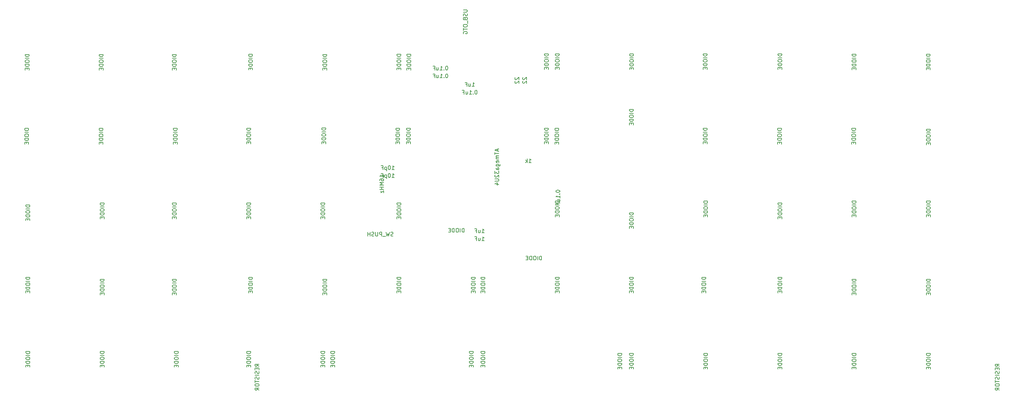
<source format=gbr>
G04 #@! TF.FileFunction,Other,Fab,Bot*
%FSLAX46Y46*%
G04 Gerber Fmt 4.6, Leading zero omitted, Abs format (unit mm)*
G04 Created by KiCad (PCBNEW 4.0.1-stable) date 4/18/2016 2:02:23 AM*
%MOMM*%
G01*
G04 APERTURE LIST*
%ADD10C,0.100000*%
%ADD11C,0.150000*%
G04 APERTURE END LIST*
D10*
D11*
X143095238Y-67052381D02*
X143666667Y-67052381D01*
X143380953Y-67052381D02*
X143380953Y-66052381D01*
X143476191Y-66195238D01*
X143571429Y-66290476D01*
X143666667Y-66338095D01*
X142238095Y-66385714D02*
X142238095Y-67052381D01*
X142666667Y-66385714D02*
X142666667Y-66909524D01*
X142619048Y-67004762D01*
X142523810Y-67052381D01*
X142380952Y-67052381D01*
X142285714Y-67004762D01*
X142238095Y-66957143D01*
X141428571Y-66528571D02*
X141761905Y-66528571D01*
X141761905Y-67052381D02*
X141761905Y-66052381D01*
X141285714Y-66052381D01*
X140595238Y-27552381D02*
X141166667Y-27552381D01*
X140880953Y-27552381D02*
X140880953Y-26552381D01*
X140976191Y-26695238D01*
X141071429Y-26790476D01*
X141166667Y-26838095D01*
X139738095Y-26885714D02*
X139738095Y-27552381D01*
X140166667Y-26885714D02*
X140166667Y-27409524D01*
X140119048Y-27504762D01*
X140023810Y-27552381D01*
X139880952Y-27552381D01*
X139785714Y-27504762D01*
X139738095Y-27457143D01*
X138928571Y-27028571D02*
X139261905Y-27028571D01*
X139261905Y-27552381D02*
X139261905Y-26552381D01*
X138785714Y-26552381D01*
X162052381Y-54357143D02*
X162052381Y-54452382D01*
X162100000Y-54547620D01*
X162147619Y-54595239D01*
X162242857Y-54642858D01*
X162433333Y-54690477D01*
X162671429Y-54690477D01*
X162861905Y-54642858D01*
X162957143Y-54595239D01*
X163004762Y-54547620D01*
X163052381Y-54452382D01*
X163052381Y-54357143D01*
X163004762Y-54261905D01*
X162957143Y-54214286D01*
X162861905Y-54166667D01*
X162671429Y-54119048D01*
X162433333Y-54119048D01*
X162242857Y-54166667D01*
X162147619Y-54214286D01*
X162100000Y-54261905D01*
X162052381Y-54357143D01*
X162957143Y-55119048D02*
X163004762Y-55166667D01*
X163052381Y-55119048D01*
X163004762Y-55071429D01*
X162957143Y-55119048D01*
X163052381Y-55119048D01*
X163052381Y-56119048D02*
X163052381Y-55547619D01*
X163052381Y-55833333D02*
X162052381Y-55833333D01*
X162195238Y-55738095D01*
X162290476Y-55642857D01*
X162338095Y-55547619D01*
X162385714Y-56976191D02*
X163052381Y-56976191D01*
X162385714Y-56547619D02*
X162909524Y-56547619D01*
X163004762Y-56595238D01*
X163052381Y-56690476D01*
X163052381Y-56833334D01*
X163004762Y-56928572D01*
X162957143Y-56976191D01*
X162528571Y-57785715D02*
X162528571Y-57452381D01*
X163052381Y-57452381D02*
X162052381Y-57452381D01*
X162052381Y-57928572D01*
X143095238Y-65052381D02*
X143666667Y-65052381D01*
X143380953Y-65052381D02*
X143380953Y-64052381D01*
X143476191Y-64195238D01*
X143571429Y-64290476D01*
X143666667Y-64338095D01*
X142238095Y-64385714D02*
X142238095Y-65052381D01*
X142666667Y-64385714D02*
X142666667Y-64909524D01*
X142619048Y-65004762D01*
X142523810Y-65052381D01*
X142380952Y-65052381D01*
X142285714Y-65004762D01*
X142238095Y-64957143D01*
X141428571Y-64528571D02*
X141761905Y-64528571D01*
X141761905Y-65052381D02*
X141761905Y-64052381D01*
X141285714Y-64052381D01*
X141642857Y-28552381D02*
X141547618Y-28552381D01*
X141452380Y-28600000D01*
X141404761Y-28647619D01*
X141357142Y-28742857D01*
X141309523Y-28933333D01*
X141309523Y-29171429D01*
X141357142Y-29361905D01*
X141404761Y-29457143D01*
X141452380Y-29504762D01*
X141547618Y-29552381D01*
X141642857Y-29552381D01*
X141738095Y-29504762D01*
X141785714Y-29457143D01*
X141833333Y-29361905D01*
X141880952Y-29171429D01*
X141880952Y-28933333D01*
X141833333Y-28742857D01*
X141785714Y-28647619D01*
X141738095Y-28600000D01*
X141642857Y-28552381D01*
X140880952Y-29457143D02*
X140833333Y-29504762D01*
X140880952Y-29552381D01*
X140928571Y-29504762D01*
X140880952Y-29457143D01*
X140880952Y-29552381D01*
X139880952Y-29552381D02*
X140452381Y-29552381D01*
X140166667Y-29552381D02*
X140166667Y-28552381D01*
X140261905Y-28695238D01*
X140357143Y-28790476D01*
X140452381Y-28838095D01*
X139023809Y-28885714D02*
X139023809Y-29552381D01*
X139452381Y-28885714D02*
X139452381Y-29409524D01*
X139404762Y-29504762D01*
X139309524Y-29552381D01*
X139166666Y-29552381D01*
X139071428Y-29504762D01*
X139023809Y-29457143D01*
X138214285Y-29028571D02*
X138547619Y-29028571D01*
X138547619Y-29552381D02*
X138547619Y-28552381D01*
X138071428Y-28552381D01*
X120071428Y-50852381D02*
X120642857Y-50852381D01*
X120357143Y-50852381D02*
X120357143Y-49852381D01*
X120452381Y-49995238D01*
X120547619Y-50090476D01*
X120642857Y-50138095D01*
X119452381Y-49852381D02*
X119357142Y-49852381D01*
X119261904Y-49900000D01*
X119214285Y-49947619D01*
X119166666Y-50042857D01*
X119119047Y-50233333D01*
X119119047Y-50471429D01*
X119166666Y-50661905D01*
X119214285Y-50757143D01*
X119261904Y-50804762D01*
X119357142Y-50852381D01*
X119452381Y-50852381D01*
X119547619Y-50804762D01*
X119595238Y-50757143D01*
X119642857Y-50661905D01*
X119690476Y-50471429D01*
X119690476Y-50233333D01*
X119642857Y-50042857D01*
X119595238Y-49947619D01*
X119547619Y-49900000D01*
X119452381Y-49852381D01*
X118690476Y-50185714D02*
X118690476Y-51185714D01*
X118690476Y-50233333D02*
X118595238Y-50185714D01*
X118404761Y-50185714D01*
X118309523Y-50233333D01*
X118261904Y-50280952D01*
X118214285Y-50376190D01*
X118214285Y-50661905D01*
X118261904Y-50757143D01*
X118309523Y-50804762D01*
X118404761Y-50852381D01*
X118595238Y-50852381D01*
X118690476Y-50804762D01*
X117452380Y-50328571D02*
X117785714Y-50328571D01*
X117785714Y-50852381D02*
X117785714Y-49852381D01*
X117309523Y-49852381D01*
X120071428Y-48852381D02*
X120642857Y-48852381D01*
X120357143Y-48852381D02*
X120357143Y-47852381D01*
X120452381Y-47995238D01*
X120547619Y-48090476D01*
X120642857Y-48138095D01*
X119452381Y-47852381D02*
X119357142Y-47852381D01*
X119261904Y-47900000D01*
X119214285Y-47947619D01*
X119166666Y-48042857D01*
X119119047Y-48233333D01*
X119119047Y-48471429D01*
X119166666Y-48661905D01*
X119214285Y-48757143D01*
X119261904Y-48804762D01*
X119357142Y-48852381D01*
X119452381Y-48852381D01*
X119547619Y-48804762D01*
X119595238Y-48757143D01*
X119642857Y-48661905D01*
X119690476Y-48471429D01*
X119690476Y-48233333D01*
X119642857Y-48042857D01*
X119595238Y-47947619D01*
X119547619Y-47900000D01*
X119452381Y-47852381D01*
X118690476Y-48185714D02*
X118690476Y-49185714D01*
X118690476Y-48233333D02*
X118595238Y-48185714D01*
X118404761Y-48185714D01*
X118309523Y-48233333D01*
X118261904Y-48280952D01*
X118214285Y-48376190D01*
X118214285Y-48661905D01*
X118261904Y-48757143D01*
X118309523Y-48804762D01*
X118404761Y-48852381D01*
X118595238Y-48852381D01*
X118690476Y-48804762D01*
X117452380Y-48328571D02*
X117785714Y-48328571D01*
X117785714Y-48852381D02*
X117785714Y-47852381D01*
X117309523Y-47852381D01*
X155119047Y-47052381D02*
X155690476Y-47052381D01*
X155404762Y-47052381D02*
X155404762Y-46052381D01*
X155500000Y-46195238D01*
X155595238Y-46290476D01*
X155690476Y-46338095D01*
X154690476Y-47052381D02*
X154690476Y-46052381D01*
X154595238Y-46671429D02*
X154309523Y-47052381D01*
X154309523Y-46385714D02*
X154690476Y-46766667D01*
X86052381Y-99261905D02*
X85576190Y-98928571D01*
X86052381Y-98690476D02*
X85052381Y-98690476D01*
X85052381Y-99071429D01*
X85100000Y-99166667D01*
X85147619Y-99214286D01*
X85242857Y-99261905D01*
X85385714Y-99261905D01*
X85480952Y-99214286D01*
X85528571Y-99166667D01*
X85576190Y-99071429D01*
X85576190Y-98690476D01*
X85528571Y-99690476D02*
X85528571Y-100023810D01*
X86052381Y-100166667D02*
X86052381Y-99690476D01*
X85052381Y-99690476D01*
X85052381Y-100166667D01*
X86004762Y-100547619D02*
X86052381Y-100690476D01*
X86052381Y-100928572D01*
X86004762Y-101023810D01*
X85957143Y-101071429D01*
X85861905Y-101119048D01*
X85766667Y-101119048D01*
X85671429Y-101071429D01*
X85623810Y-101023810D01*
X85576190Y-100928572D01*
X85528571Y-100738095D01*
X85480952Y-100642857D01*
X85433333Y-100595238D01*
X85338095Y-100547619D01*
X85242857Y-100547619D01*
X85147619Y-100595238D01*
X85100000Y-100642857D01*
X85052381Y-100738095D01*
X85052381Y-100976191D01*
X85100000Y-101119048D01*
X86052381Y-101547619D02*
X85052381Y-101547619D01*
X86004762Y-101976190D02*
X86052381Y-102119047D01*
X86052381Y-102357143D01*
X86004762Y-102452381D01*
X85957143Y-102500000D01*
X85861905Y-102547619D01*
X85766667Y-102547619D01*
X85671429Y-102500000D01*
X85623810Y-102452381D01*
X85576190Y-102357143D01*
X85528571Y-102166666D01*
X85480952Y-102071428D01*
X85433333Y-102023809D01*
X85338095Y-101976190D01*
X85242857Y-101976190D01*
X85147619Y-102023809D01*
X85100000Y-102071428D01*
X85052381Y-102166666D01*
X85052381Y-102404762D01*
X85100000Y-102547619D01*
X85052381Y-102833333D02*
X85052381Y-103404762D01*
X86052381Y-103119047D02*
X85052381Y-103119047D01*
X85052381Y-103928571D02*
X85052381Y-104119048D01*
X85100000Y-104214286D01*
X85195238Y-104309524D01*
X85385714Y-104357143D01*
X85719048Y-104357143D01*
X85909524Y-104309524D01*
X86004762Y-104214286D01*
X86052381Y-104119048D01*
X86052381Y-103928571D01*
X86004762Y-103833333D01*
X85909524Y-103738095D01*
X85719048Y-103690476D01*
X85385714Y-103690476D01*
X85195238Y-103738095D01*
X85100000Y-103833333D01*
X85052381Y-103928571D01*
X86052381Y-105357143D02*
X85576190Y-105023809D01*
X86052381Y-104785714D02*
X85052381Y-104785714D01*
X85052381Y-105166667D01*
X85100000Y-105261905D01*
X85147619Y-105309524D01*
X85242857Y-105357143D01*
X85385714Y-105357143D01*
X85480952Y-105309524D01*
X85528571Y-105261905D01*
X85576190Y-105166667D01*
X85576190Y-104785714D01*
X275552381Y-99261905D02*
X275076190Y-98928571D01*
X275552381Y-98690476D02*
X274552381Y-98690476D01*
X274552381Y-99071429D01*
X274600000Y-99166667D01*
X274647619Y-99214286D01*
X274742857Y-99261905D01*
X274885714Y-99261905D01*
X274980952Y-99214286D01*
X275028571Y-99166667D01*
X275076190Y-99071429D01*
X275076190Y-98690476D01*
X275028571Y-99690476D02*
X275028571Y-100023810D01*
X275552381Y-100166667D02*
X275552381Y-99690476D01*
X274552381Y-99690476D01*
X274552381Y-100166667D01*
X275504762Y-100547619D02*
X275552381Y-100690476D01*
X275552381Y-100928572D01*
X275504762Y-101023810D01*
X275457143Y-101071429D01*
X275361905Y-101119048D01*
X275266667Y-101119048D01*
X275171429Y-101071429D01*
X275123810Y-101023810D01*
X275076190Y-100928572D01*
X275028571Y-100738095D01*
X274980952Y-100642857D01*
X274933333Y-100595238D01*
X274838095Y-100547619D01*
X274742857Y-100547619D01*
X274647619Y-100595238D01*
X274600000Y-100642857D01*
X274552381Y-100738095D01*
X274552381Y-100976191D01*
X274600000Y-101119048D01*
X275552381Y-101547619D02*
X274552381Y-101547619D01*
X275504762Y-101976190D02*
X275552381Y-102119047D01*
X275552381Y-102357143D01*
X275504762Y-102452381D01*
X275457143Y-102500000D01*
X275361905Y-102547619D01*
X275266667Y-102547619D01*
X275171429Y-102500000D01*
X275123810Y-102452381D01*
X275076190Y-102357143D01*
X275028571Y-102166666D01*
X274980952Y-102071428D01*
X274933333Y-102023809D01*
X274838095Y-101976190D01*
X274742857Y-101976190D01*
X274647619Y-102023809D01*
X274600000Y-102071428D01*
X274552381Y-102166666D01*
X274552381Y-102404762D01*
X274600000Y-102547619D01*
X274552381Y-102833333D02*
X274552381Y-103404762D01*
X275552381Y-103119047D02*
X274552381Y-103119047D01*
X274552381Y-103928571D02*
X274552381Y-104119048D01*
X274600000Y-104214286D01*
X274695238Y-104309524D01*
X274885714Y-104357143D01*
X275219048Y-104357143D01*
X275409524Y-104309524D01*
X275504762Y-104214286D01*
X275552381Y-104119048D01*
X275552381Y-103928571D01*
X275504762Y-103833333D01*
X275409524Y-103738095D01*
X275219048Y-103690476D01*
X274885714Y-103690476D01*
X274695238Y-103738095D01*
X274600000Y-103833333D01*
X274552381Y-103928571D01*
X275552381Y-105357143D02*
X275076190Y-105023809D01*
X275552381Y-104785714D02*
X274552381Y-104785714D01*
X274552381Y-105166667D01*
X274600000Y-105261905D01*
X274647619Y-105309524D01*
X274742857Y-105357143D01*
X274885714Y-105357143D01*
X274980952Y-105309524D01*
X275028571Y-105261905D01*
X275076190Y-105166667D01*
X275076190Y-104785714D01*
X162893841Y-76438330D02*
X161893841Y-76438330D01*
X161893841Y-76676425D01*
X161941460Y-76819283D01*
X162036698Y-76914521D01*
X162131936Y-76962140D01*
X162322412Y-77009759D01*
X162465270Y-77009759D01*
X162655746Y-76962140D01*
X162750984Y-76914521D01*
X162846222Y-76819283D01*
X162893841Y-76676425D01*
X162893841Y-76438330D01*
X162893841Y-77438330D02*
X161893841Y-77438330D01*
X161893841Y-78104996D02*
X161893841Y-78295473D01*
X161941460Y-78390711D01*
X162036698Y-78485949D01*
X162227174Y-78533568D01*
X162560508Y-78533568D01*
X162750984Y-78485949D01*
X162846222Y-78390711D01*
X162893841Y-78295473D01*
X162893841Y-78104996D01*
X162846222Y-78009758D01*
X162750984Y-77914520D01*
X162560508Y-77866901D01*
X162227174Y-77866901D01*
X162036698Y-77914520D01*
X161941460Y-78009758D01*
X161893841Y-78104996D01*
X162893841Y-78962139D02*
X161893841Y-78962139D01*
X161893841Y-79200234D01*
X161941460Y-79343092D01*
X162036698Y-79438330D01*
X162131936Y-79485949D01*
X162322412Y-79533568D01*
X162465270Y-79533568D01*
X162655746Y-79485949D01*
X162750984Y-79438330D01*
X162846222Y-79343092D01*
X162893841Y-79200234D01*
X162893841Y-78962139D01*
X162370031Y-79962139D02*
X162370031Y-80295473D01*
X162893841Y-80438330D02*
X162893841Y-79962139D01*
X161893841Y-79962139D01*
X161893841Y-80438330D01*
X143893841Y-76438330D02*
X142893841Y-76438330D01*
X142893841Y-76676425D01*
X142941460Y-76819283D01*
X143036698Y-76914521D01*
X143131936Y-76962140D01*
X143322412Y-77009759D01*
X143465270Y-77009759D01*
X143655746Y-76962140D01*
X143750984Y-76914521D01*
X143846222Y-76819283D01*
X143893841Y-76676425D01*
X143893841Y-76438330D01*
X143893841Y-77438330D02*
X142893841Y-77438330D01*
X142893841Y-78104996D02*
X142893841Y-78295473D01*
X142941460Y-78390711D01*
X143036698Y-78485949D01*
X143227174Y-78533568D01*
X143560508Y-78533568D01*
X143750984Y-78485949D01*
X143846222Y-78390711D01*
X143893841Y-78295473D01*
X143893841Y-78104996D01*
X143846222Y-78009758D01*
X143750984Y-77914520D01*
X143560508Y-77866901D01*
X143227174Y-77866901D01*
X143036698Y-77914520D01*
X142941460Y-78009758D01*
X142893841Y-78104996D01*
X143893841Y-78962139D02*
X142893841Y-78962139D01*
X142893841Y-79200234D01*
X142941460Y-79343092D01*
X143036698Y-79438330D01*
X143131936Y-79485949D01*
X143322412Y-79533568D01*
X143465270Y-79533568D01*
X143655746Y-79485949D01*
X143750984Y-79438330D01*
X143846222Y-79343092D01*
X143893841Y-79200234D01*
X143893841Y-78962139D01*
X143370031Y-79962139D02*
X143370031Y-80295473D01*
X143893841Y-80438330D02*
X143893841Y-79962139D01*
X142893841Y-79962139D01*
X142893841Y-80438330D01*
X141393841Y-76438330D02*
X140393841Y-76438330D01*
X140393841Y-76676425D01*
X140441460Y-76819283D01*
X140536698Y-76914521D01*
X140631936Y-76962140D01*
X140822412Y-77009759D01*
X140965270Y-77009759D01*
X141155746Y-76962140D01*
X141250984Y-76914521D01*
X141346222Y-76819283D01*
X141393841Y-76676425D01*
X141393841Y-76438330D01*
X141393841Y-77438330D02*
X140393841Y-77438330D01*
X140393841Y-78104996D02*
X140393841Y-78295473D01*
X140441460Y-78390711D01*
X140536698Y-78485949D01*
X140727174Y-78533568D01*
X141060508Y-78533568D01*
X141250984Y-78485949D01*
X141346222Y-78390711D01*
X141393841Y-78295473D01*
X141393841Y-78104996D01*
X141346222Y-78009758D01*
X141250984Y-77914520D01*
X141060508Y-77866901D01*
X140727174Y-77866901D01*
X140536698Y-77914520D01*
X140441460Y-78009758D01*
X140393841Y-78104996D01*
X141393841Y-78962139D02*
X140393841Y-78962139D01*
X140393841Y-79200234D01*
X140441460Y-79343092D01*
X140536698Y-79438330D01*
X140631936Y-79485949D01*
X140822412Y-79533568D01*
X140965270Y-79533568D01*
X141155746Y-79485949D01*
X141250984Y-79438330D01*
X141346222Y-79343092D01*
X141393841Y-79200234D01*
X141393841Y-78962139D01*
X140870031Y-79962139D02*
X140870031Y-80295473D01*
X141393841Y-80438330D02*
X141393841Y-79962139D01*
X140393841Y-79962139D01*
X140393841Y-80438330D01*
X122393841Y-76438330D02*
X121393841Y-76438330D01*
X121393841Y-76676425D01*
X121441460Y-76819283D01*
X121536698Y-76914521D01*
X121631936Y-76962140D01*
X121822412Y-77009759D01*
X121965270Y-77009759D01*
X122155746Y-76962140D01*
X122250984Y-76914521D01*
X122346222Y-76819283D01*
X122393841Y-76676425D01*
X122393841Y-76438330D01*
X122393841Y-77438330D02*
X121393841Y-77438330D01*
X121393841Y-78104996D02*
X121393841Y-78295473D01*
X121441460Y-78390711D01*
X121536698Y-78485949D01*
X121727174Y-78533568D01*
X122060508Y-78533568D01*
X122250984Y-78485949D01*
X122346222Y-78390711D01*
X122393841Y-78295473D01*
X122393841Y-78104996D01*
X122346222Y-78009758D01*
X122250984Y-77914520D01*
X122060508Y-77866901D01*
X121727174Y-77866901D01*
X121536698Y-77914520D01*
X121441460Y-78009758D01*
X121393841Y-78104996D01*
X122393841Y-78962139D02*
X121393841Y-78962139D01*
X121393841Y-79200234D01*
X121441460Y-79343092D01*
X121536698Y-79438330D01*
X121631936Y-79485949D01*
X121822412Y-79533568D01*
X121965270Y-79533568D01*
X122155746Y-79485949D01*
X122250984Y-79438330D01*
X122346222Y-79343092D01*
X122393841Y-79200234D01*
X122393841Y-78962139D01*
X121870031Y-79962139D02*
X121870031Y-80295473D01*
X122393841Y-80438330D02*
X122393841Y-79962139D01*
X121393841Y-79962139D01*
X121393841Y-80438330D01*
X103393841Y-76938330D02*
X102393841Y-76938330D01*
X102393841Y-77176425D01*
X102441460Y-77319283D01*
X102536698Y-77414521D01*
X102631936Y-77462140D01*
X102822412Y-77509759D01*
X102965270Y-77509759D01*
X103155746Y-77462140D01*
X103250984Y-77414521D01*
X103346222Y-77319283D01*
X103393841Y-77176425D01*
X103393841Y-76938330D01*
X103393841Y-77938330D02*
X102393841Y-77938330D01*
X102393841Y-78604996D02*
X102393841Y-78795473D01*
X102441460Y-78890711D01*
X102536698Y-78985949D01*
X102727174Y-79033568D01*
X103060508Y-79033568D01*
X103250984Y-78985949D01*
X103346222Y-78890711D01*
X103393841Y-78795473D01*
X103393841Y-78604996D01*
X103346222Y-78509758D01*
X103250984Y-78414520D01*
X103060508Y-78366901D01*
X102727174Y-78366901D01*
X102536698Y-78414520D01*
X102441460Y-78509758D01*
X102393841Y-78604996D01*
X103393841Y-79462139D02*
X102393841Y-79462139D01*
X102393841Y-79700234D01*
X102441460Y-79843092D01*
X102536698Y-79938330D01*
X102631936Y-79985949D01*
X102822412Y-80033568D01*
X102965270Y-80033568D01*
X103155746Y-79985949D01*
X103250984Y-79938330D01*
X103346222Y-79843092D01*
X103393841Y-79700234D01*
X103393841Y-79462139D01*
X102870031Y-80462139D02*
X102870031Y-80795473D01*
X103393841Y-80938330D02*
X103393841Y-80462139D01*
X102393841Y-80462139D01*
X102393841Y-80938330D01*
X84393841Y-76438330D02*
X83393841Y-76438330D01*
X83393841Y-76676425D01*
X83441460Y-76819283D01*
X83536698Y-76914521D01*
X83631936Y-76962140D01*
X83822412Y-77009759D01*
X83965270Y-77009759D01*
X84155746Y-76962140D01*
X84250984Y-76914521D01*
X84346222Y-76819283D01*
X84393841Y-76676425D01*
X84393841Y-76438330D01*
X84393841Y-77438330D02*
X83393841Y-77438330D01*
X83393841Y-78104996D02*
X83393841Y-78295473D01*
X83441460Y-78390711D01*
X83536698Y-78485949D01*
X83727174Y-78533568D01*
X84060508Y-78533568D01*
X84250984Y-78485949D01*
X84346222Y-78390711D01*
X84393841Y-78295473D01*
X84393841Y-78104996D01*
X84346222Y-78009758D01*
X84250984Y-77914520D01*
X84060508Y-77866901D01*
X83727174Y-77866901D01*
X83536698Y-77914520D01*
X83441460Y-78009758D01*
X83393841Y-78104996D01*
X84393841Y-78962139D02*
X83393841Y-78962139D01*
X83393841Y-79200234D01*
X83441460Y-79343092D01*
X83536698Y-79438330D01*
X83631936Y-79485949D01*
X83822412Y-79533568D01*
X83965270Y-79533568D01*
X84155746Y-79485949D01*
X84250984Y-79438330D01*
X84346222Y-79343092D01*
X84393841Y-79200234D01*
X84393841Y-78962139D01*
X83870031Y-79962139D02*
X83870031Y-80295473D01*
X84393841Y-80438330D02*
X84393841Y-79962139D01*
X83393841Y-79962139D01*
X83393841Y-80438330D01*
X64893841Y-76938330D02*
X63893841Y-76938330D01*
X63893841Y-77176425D01*
X63941460Y-77319283D01*
X64036698Y-77414521D01*
X64131936Y-77462140D01*
X64322412Y-77509759D01*
X64465270Y-77509759D01*
X64655746Y-77462140D01*
X64750984Y-77414521D01*
X64846222Y-77319283D01*
X64893841Y-77176425D01*
X64893841Y-76938330D01*
X64893841Y-77938330D02*
X63893841Y-77938330D01*
X63893841Y-78604996D02*
X63893841Y-78795473D01*
X63941460Y-78890711D01*
X64036698Y-78985949D01*
X64227174Y-79033568D01*
X64560508Y-79033568D01*
X64750984Y-78985949D01*
X64846222Y-78890711D01*
X64893841Y-78795473D01*
X64893841Y-78604996D01*
X64846222Y-78509758D01*
X64750984Y-78414520D01*
X64560508Y-78366901D01*
X64227174Y-78366901D01*
X64036698Y-78414520D01*
X63941460Y-78509758D01*
X63893841Y-78604996D01*
X64893841Y-79462139D02*
X63893841Y-79462139D01*
X63893841Y-79700234D01*
X63941460Y-79843092D01*
X64036698Y-79938330D01*
X64131936Y-79985949D01*
X64322412Y-80033568D01*
X64465270Y-80033568D01*
X64655746Y-79985949D01*
X64750984Y-79938330D01*
X64846222Y-79843092D01*
X64893841Y-79700234D01*
X64893841Y-79462139D01*
X64370031Y-80462139D02*
X64370031Y-80795473D01*
X64893841Y-80938330D02*
X64893841Y-80462139D01*
X63893841Y-80462139D01*
X63893841Y-80938330D01*
X46393841Y-76938330D02*
X45393841Y-76938330D01*
X45393841Y-77176425D01*
X45441460Y-77319283D01*
X45536698Y-77414521D01*
X45631936Y-77462140D01*
X45822412Y-77509759D01*
X45965270Y-77509759D01*
X46155746Y-77462140D01*
X46250984Y-77414521D01*
X46346222Y-77319283D01*
X46393841Y-77176425D01*
X46393841Y-76938330D01*
X46393841Y-77938330D02*
X45393841Y-77938330D01*
X45393841Y-78604996D02*
X45393841Y-78795473D01*
X45441460Y-78890711D01*
X45536698Y-78985949D01*
X45727174Y-79033568D01*
X46060508Y-79033568D01*
X46250984Y-78985949D01*
X46346222Y-78890711D01*
X46393841Y-78795473D01*
X46393841Y-78604996D01*
X46346222Y-78509758D01*
X46250984Y-78414520D01*
X46060508Y-78366901D01*
X45727174Y-78366901D01*
X45536698Y-78414520D01*
X45441460Y-78509758D01*
X45393841Y-78604996D01*
X46393841Y-79462139D02*
X45393841Y-79462139D01*
X45393841Y-79700234D01*
X45441460Y-79843092D01*
X45536698Y-79938330D01*
X45631936Y-79985949D01*
X45822412Y-80033568D01*
X45965270Y-80033568D01*
X46155746Y-79985949D01*
X46250984Y-79938330D01*
X46346222Y-79843092D01*
X46393841Y-79700234D01*
X46393841Y-79462139D01*
X45870031Y-80462139D02*
X45870031Y-80795473D01*
X46393841Y-80938330D02*
X46393841Y-80462139D01*
X45393841Y-80462139D01*
X45393841Y-80938330D01*
X27393841Y-76438330D02*
X26393841Y-76438330D01*
X26393841Y-76676425D01*
X26441460Y-76819283D01*
X26536698Y-76914521D01*
X26631936Y-76962140D01*
X26822412Y-77009759D01*
X26965270Y-77009759D01*
X27155746Y-76962140D01*
X27250984Y-76914521D01*
X27346222Y-76819283D01*
X27393841Y-76676425D01*
X27393841Y-76438330D01*
X27393841Y-77438330D02*
X26393841Y-77438330D01*
X26393841Y-78104996D02*
X26393841Y-78295473D01*
X26441460Y-78390711D01*
X26536698Y-78485949D01*
X26727174Y-78533568D01*
X27060508Y-78533568D01*
X27250984Y-78485949D01*
X27346222Y-78390711D01*
X27393841Y-78295473D01*
X27393841Y-78104996D01*
X27346222Y-78009758D01*
X27250984Y-77914520D01*
X27060508Y-77866901D01*
X26727174Y-77866901D01*
X26536698Y-77914520D01*
X26441460Y-78009758D01*
X26393841Y-78104996D01*
X27393841Y-78962139D02*
X26393841Y-78962139D01*
X26393841Y-79200234D01*
X26441460Y-79343092D01*
X26536698Y-79438330D01*
X26631936Y-79485949D01*
X26822412Y-79533568D01*
X26965270Y-79533568D01*
X27155746Y-79485949D01*
X27250984Y-79438330D01*
X27346222Y-79343092D01*
X27393841Y-79200234D01*
X27393841Y-78962139D01*
X26870031Y-79962139D02*
X26870031Y-80295473D01*
X27393841Y-80438330D02*
X27393841Y-79962139D01*
X26393841Y-79962139D01*
X26393841Y-80438330D01*
X27393841Y-95438330D02*
X26393841Y-95438330D01*
X26393841Y-95676425D01*
X26441460Y-95819283D01*
X26536698Y-95914521D01*
X26631936Y-95962140D01*
X26822412Y-96009759D01*
X26965270Y-96009759D01*
X27155746Y-95962140D01*
X27250984Y-95914521D01*
X27346222Y-95819283D01*
X27393841Y-95676425D01*
X27393841Y-95438330D01*
X27393841Y-96438330D02*
X26393841Y-96438330D01*
X26393841Y-97104996D02*
X26393841Y-97295473D01*
X26441460Y-97390711D01*
X26536698Y-97485949D01*
X26727174Y-97533568D01*
X27060508Y-97533568D01*
X27250984Y-97485949D01*
X27346222Y-97390711D01*
X27393841Y-97295473D01*
X27393841Y-97104996D01*
X27346222Y-97009758D01*
X27250984Y-96914520D01*
X27060508Y-96866901D01*
X26727174Y-96866901D01*
X26536698Y-96914520D01*
X26441460Y-97009758D01*
X26393841Y-97104996D01*
X27393841Y-97962139D02*
X26393841Y-97962139D01*
X26393841Y-98200234D01*
X26441460Y-98343092D01*
X26536698Y-98438330D01*
X26631936Y-98485949D01*
X26822412Y-98533568D01*
X26965270Y-98533568D01*
X27155746Y-98485949D01*
X27250984Y-98438330D01*
X27346222Y-98343092D01*
X27393841Y-98200234D01*
X27393841Y-97962139D01*
X26870031Y-98962139D02*
X26870031Y-99295473D01*
X27393841Y-99438330D02*
X27393841Y-98962139D01*
X26393841Y-98962139D01*
X26393841Y-99438330D01*
X46393841Y-95438330D02*
X45393841Y-95438330D01*
X45393841Y-95676425D01*
X45441460Y-95819283D01*
X45536698Y-95914521D01*
X45631936Y-95962140D01*
X45822412Y-96009759D01*
X45965270Y-96009759D01*
X46155746Y-95962140D01*
X46250984Y-95914521D01*
X46346222Y-95819283D01*
X46393841Y-95676425D01*
X46393841Y-95438330D01*
X46393841Y-96438330D02*
X45393841Y-96438330D01*
X45393841Y-97104996D02*
X45393841Y-97295473D01*
X45441460Y-97390711D01*
X45536698Y-97485949D01*
X45727174Y-97533568D01*
X46060508Y-97533568D01*
X46250984Y-97485949D01*
X46346222Y-97390711D01*
X46393841Y-97295473D01*
X46393841Y-97104996D01*
X46346222Y-97009758D01*
X46250984Y-96914520D01*
X46060508Y-96866901D01*
X45727174Y-96866901D01*
X45536698Y-96914520D01*
X45441460Y-97009758D01*
X45393841Y-97104996D01*
X46393841Y-97962139D02*
X45393841Y-97962139D01*
X45393841Y-98200234D01*
X45441460Y-98343092D01*
X45536698Y-98438330D01*
X45631936Y-98485949D01*
X45822412Y-98533568D01*
X45965270Y-98533568D01*
X46155746Y-98485949D01*
X46250984Y-98438330D01*
X46346222Y-98343092D01*
X46393841Y-98200234D01*
X46393841Y-97962139D01*
X45870031Y-98962139D02*
X45870031Y-99295473D01*
X46393841Y-99438330D02*
X46393841Y-98962139D01*
X45393841Y-98962139D01*
X45393841Y-99438330D01*
X65393841Y-95438330D02*
X64393841Y-95438330D01*
X64393841Y-95676425D01*
X64441460Y-95819283D01*
X64536698Y-95914521D01*
X64631936Y-95962140D01*
X64822412Y-96009759D01*
X64965270Y-96009759D01*
X65155746Y-95962140D01*
X65250984Y-95914521D01*
X65346222Y-95819283D01*
X65393841Y-95676425D01*
X65393841Y-95438330D01*
X65393841Y-96438330D02*
X64393841Y-96438330D01*
X64393841Y-97104996D02*
X64393841Y-97295473D01*
X64441460Y-97390711D01*
X64536698Y-97485949D01*
X64727174Y-97533568D01*
X65060508Y-97533568D01*
X65250984Y-97485949D01*
X65346222Y-97390711D01*
X65393841Y-97295473D01*
X65393841Y-97104996D01*
X65346222Y-97009758D01*
X65250984Y-96914520D01*
X65060508Y-96866901D01*
X64727174Y-96866901D01*
X64536698Y-96914520D01*
X64441460Y-97009758D01*
X64393841Y-97104996D01*
X65393841Y-97962139D02*
X64393841Y-97962139D01*
X64393841Y-98200234D01*
X64441460Y-98343092D01*
X64536698Y-98438330D01*
X64631936Y-98485949D01*
X64822412Y-98533568D01*
X64965270Y-98533568D01*
X65155746Y-98485949D01*
X65250984Y-98438330D01*
X65346222Y-98343092D01*
X65393841Y-98200234D01*
X65393841Y-97962139D01*
X64870031Y-98962139D02*
X64870031Y-99295473D01*
X65393841Y-99438330D02*
X65393841Y-98962139D01*
X64393841Y-98962139D01*
X64393841Y-99438330D01*
X83893841Y-95438330D02*
X82893841Y-95438330D01*
X82893841Y-95676425D01*
X82941460Y-95819283D01*
X83036698Y-95914521D01*
X83131936Y-95962140D01*
X83322412Y-96009759D01*
X83465270Y-96009759D01*
X83655746Y-95962140D01*
X83750984Y-95914521D01*
X83846222Y-95819283D01*
X83893841Y-95676425D01*
X83893841Y-95438330D01*
X83893841Y-96438330D02*
X82893841Y-96438330D01*
X82893841Y-97104996D02*
X82893841Y-97295473D01*
X82941460Y-97390711D01*
X83036698Y-97485949D01*
X83227174Y-97533568D01*
X83560508Y-97533568D01*
X83750984Y-97485949D01*
X83846222Y-97390711D01*
X83893841Y-97295473D01*
X83893841Y-97104996D01*
X83846222Y-97009758D01*
X83750984Y-96914520D01*
X83560508Y-96866901D01*
X83227174Y-96866901D01*
X83036698Y-96914520D01*
X82941460Y-97009758D01*
X82893841Y-97104996D01*
X83893841Y-97962139D02*
X82893841Y-97962139D01*
X82893841Y-98200234D01*
X82941460Y-98343092D01*
X83036698Y-98438330D01*
X83131936Y-98485949D01*
X83322412Y-98533568D01*
X83465270Y-98533568D01*
X83655746Y-98485949D01*
X83750984Y-98438330D01*
X83846222Y-98343092D01*
X83893841Y-98200234D01*
X83893841Y-97962139D01*
X83370031Y-98962139D02*
X83370031Y-99295473D01*
X83893841Y-99438330D02*
X83893841Y-98962139D01*
X82893841Y-98962139D01*
X82893841Y-99438330D01*
X102893841Y-95438330D02*
X101893841Y-95438330D01*
X101893841Y-95676425D01*
X101941460Y-95819283D01*
X102036698Y-95914521D01*
X102131936Y-95962140D01*
X102322412Y-96009759D01*
X102465270Y-96009759D01*
X102655746Y-95962140D01*
X102750984Y-95914521D01*
X102846222Y-95819283D01*
X102893841Y-95676425D01*
X102893841Y-95438330D01*
X102893841Y-96438330D02*
X101893841Y-96438330D01*
X101893841Y-97104996D02*
X101893841Y-97295473D01*
X101941460Y-97390711D01*
X102036698Y-97485949D01*
X102227174Y-97533568D01*
X102560508Y-97533568D01*
X102750984Y-97485949D01*
X102846222Y-97390711D01*
X102893841Y-97295473D01*
X102893841Y-97104996D01*
X102846222Y-97009758D01*
X102750984Y-96914520D01*
X102560508Y-96866901D01*
X102227174Y-96866901D01*
X102036698Y-96914520D01*
X101941460Y-97009758D01*
X101893841Y-97104996D01*
X102893841Y-97962139D02*
X101893841Y-97962139D01*
X101893841Y-98200234D01*
X101941460Y-98343092D01*
X102036698Y-98438330D01*
X102131936Y-98485949D01*
X102322412Y-98533568D01*
X102465270Y-98533568D01*
X102655746Y-98485949D01*
X102750984Y-98438330D01*
X102846222Y-98343092D01*
X102893841Y-98200234D01*
X102893841Y-97962139D01*
X102370031Y-98962139D02*
X102370031Y-99295473D01*
X102893841Y-99438330D02*
X102893841Y-98962139D01*
X101893841Y-98962139D01*
X101893841Y-99438330D01*
X105393841Y-95438330D02*
X104393841Y-95438330D01*
X104393841Y-95676425D01*
X104441460Y-95819283D01*
X104536698Y-95914521D01*
X104631936Y-95962140D01*
X104822412Y-96009759D01*
X104965270Y-96009759D01*
X105155746Y-95962140D01*
X105250984Y-95914521D01*
X105346222Y-95819283D01*
X105393841Y-95676425D01*
X105393841Y-95438330D01*
X105393841Y-96438330D02*
X104393841Y-96438330D01*
X104393841Y-97104996D02*
X104393841Y-97295473D01*
X104441460Y-97390711D01*
X104536698Y-97485949D01*
X104727174Y-97533568D01*
X105060508Y-97533568D01*
X105250984Y-97485949D01*
X105346222Y-97390711D01*
X105393841Y-97295473D01*
X105393841Y-97104996D01*
X105346222Y-97009758D01*
X105250984Y-96914520D01*
X105060508Y-96866901D01*
X104727174Y-96866901D01*
X104536698Y-96914520D01*
X104441460Y-97009758D01*
X104393841Y-97104996D01*
X105393841Y-97962139D02*
X104393841Y-97962139D01*
X104393841Y-98200234D01*
X104441460Y-98343092D01*
X104536698Y-98438330D01*
X104631936Y-98485949D01*
X104822412Y-98533568D01*
X104965270Y-98533568D01*
X105155746Y-98485949D01*
X105250984Y-98438330D01*
X105346222Y-98343092D01*
X105393841Y-98200234D01*
X105393841Y-97962139D01*
X104870031Y-98962139D02*
X104870031Y-99295473D01*
X105393841Y-99438330D02*
X105393841Y-98962139D01*
X104393841Y-98962139D01*
X104393841Y-99438330D01*
X140893841Y-95438330D02*
X139893841Y-95438330D01*
X139893841Y-95676425D01*
X139941460Y-95819283D01*
X140036698Y-95914521D01*
X140131936Y-95962140D01*
X140322412Y-96009759D01*
X140465270Y-96009759D01*
X140655746Y-95962140D01*
X140750984Y-95914521D01*
X140846222Y-95819283D01*
X140893841Y-95676425D01*
X140893841Y-95438330D01*
X140893841Y-96438330D02*
X139893841Y-96438330D01*
X139893841Y-97104996D02*
X139893841Y-97295473D01*
X139941460Y-97390711D01*
X140036698Y-97485949D01*
X140227174Y-97533568D01*
X140560508Y-97533568D01*
X140750984Y-97485949D01*
X140846222Y-97390711D01*
X140893841Y-97295473D01*
X140893841Y-97104996D01*
X140846222Y-97009758D01*
X140750984Y-96914520D01*
X140560508Y-96866901D01*
X140227174Y-96866901D01*
X140036698Y-96914520D01*
X139941460Y-97009758D01*
X139893841Y-97104996D01*
X140893841Y-97962139D02*
X139893841Y-97962139D01*
X139893841Y-98200234D01*
X139941460Y-98343092D01*
X140036698Y-98438330D01*
X140131936Y-98485949D01*
X140322412Y-98533568D01*
X140465270Y-98533568D01*
X140655746Y-98485949D01*
X140750984Y-98438330D01*
X140846222Y-98343092D01*
X140893841Y-98200234D01*
X140893841Y-97962139D01*
X140370031Y-98962139D02*
X140370031Y-99295473D01*
X140893841Y-99438330D02*
X140893841Y-98962139D01*
X139893841Y-98962139D01*
X139893841Y-99438330D01*
X143893841Y-95438330D02*
X142893841Y-95438330D01*
X142893841Y-95676425D01*
X142941460Y-95819283D01*
X143036698Y-95914521D01*
X143131936Y-95962140D01*
X143322412Y-96009759D01*
X143465270Y-96009759D01*
X143655746Y-95962140D01*
X143750984Y-95914521D01*
X143846222Y-95819283D01*
X143893841Y-95676425D01*
X143893841Y-95438330D01*
X143893841Y-96438330D02*
X142893841Y-96438330D01*
X142893841Y-97104996D02*
X142893841Y-97295473D01*
X142941460Y-97390711D01*
X143036698Y-97485949D01*
X143227174Y-97533568D01*
X143560508Y-97533568D01*
X143750984Y-97485949D01*
X143846222Y-97390711D01*
X143893841Y-97295473D01*
X143893841Y-97104996D01*
X143846222Y-97009758D01*
X143750984Y-96914520D01*
X143560508Y-96866901D01*
X143227174Y-96866901D01*
X143036698Y-96914520D01*
X142941460Y-97009758D01*
X142893841Y-97104996D01*
X143893841Y-97962139D02*
X142893841Y-97962139D01*
X142893841Y-98200234D01*
X142941460Y-98343092D01*
X143036698Y-98438330D01*
X143131936Y-98485949D01*
X143322412Y-98533568D01*
X143465270Y-98533568D01*
X143655746Y-98485949D01*
X143750984Y-98438330D01*
X143846222Y-98343092D01*
X143893841Y-98200234D01*
X143893841Y-97962139D01*
X143370031Y-98962139D02*
X143370031Y-99295473D01*
X143893841Y-99438330D02*
X143893841Y-98962139D01*
X142893841Y-98962139D01*
X142893841Y-99438330D01*
X178893841Y-95938330D02*
X177893841Y-95938330D01*
X177893841Y-96176425D01*
X177941460Y-96319283D01*
X178036698Y-96414521D01*
X178131936Y-96462140D01*
X178322412Y-96509759D01*
X178465270Y-96509759D01*
X178655746Y-96462140D01*
X178750984Y-96414521D01*
X178846222Y-96319283D01*
X178893841Y-96176425D01*
X178893841Y-95938330D01*
X178893841Y-96938330D02*
X177893841Y-96938330D01*
X177893841Y-97604996D02*
X177893841Y-97795473D01*
X177941460Y-97890711D01*
X178036698Y-97985949D01*
X178227174Y-98033568D01*
X178560508Y-98033568D01*
X178750984Y-97985949D01*
X178846222Y-97890711D01*
X178893841Y-97795473D01*
X178893841Y-97604996D01*
X178846222Y-97509758D01*
X178750984Y-97414520D01*
X178560508Y-97366901D01*
X178227174Y-97366901D01*
X178036698Y-97414520D01*
X177941460Y-97509758D01*
X177893841Y-97604996D01*
X178893841Y-98462139D02*
X177893841Y-98462139D01*
X177893841Y-98700234D01*
X177941460Y-98843092D01*
X178036698Y-98938330D01*
X178131936Y-98985949D01*
X178322412Y-99033568D01*
X178465270Y-99033568D01*
X178655746Y-98985949D01*
X178750984Y-98938330D01*
X178846222Y-98843092D01*
X178893841Y-98700234D01*
X178893841Y-98462139D01*
X178370031Y-99462139D02*
X178370031Y-99795473D01*
X178893841Y-99938330D02*
X178893841Y-99462139D01*
X177893841Y-99462139D01*
X177893841Y-99938330D01*
X181893841Y-95938330D02*
X180893841Y-95938330D01*
X180893841Y-96176425D01*
X180941460Y-96319283D01*
X181036698Y-96414521D01*
X181131936Y-96462140D01*
X181322412Y-96509759D01*
X181465270Y-96509759D01*
X181655746Y-96462140D01*
X181750984Y-96414521D01*
X181846222Y-96319283D01*
X181893841Y-96176425D01*
X181893841Y-95938330D01*
X181893841Y-96938330D02*
X180893841Y-96938330D01*
X180893841Y-97604996D02*
X180893841Y-97795473D01*
X180941460Y-97890711D01*
X181036698Y-97985949D01*
X181227174Y-98033568D01*
X181560508Y-98033568D01*
X181750984Y-97985949D01*
X181846222Y-97890711D01*
X181893841Y-97795473D01*
X181893841Y-97604996D01*
X181846222Y-97509758D01*
X181750984Y-97414520D01*
X181560508Y-97366901D01*
X181227174Y-97366901D01*
X181036698Y-97414520D01*
X180941460Y-97509758D01*
X180893841Y-97604996D01*
X181893841Y-98462139D02*
X180893841Y-98462139D01*
X180893841Y-98700234D01*
X180941460Y-98843092D01*
X181036698Y-98938330D01*
X181131936Y-98985949D01*
X181322412Y-99033568D01*
X181465270Y-99033568D01*
X181655746Y-98985949D01*
X181750984Y-98938330D01*
X181846222Y-98843092D01*
X181893841Y-98700234D01*
X181893841Y-98462139D01*
X181370031Y-99462139D02*
X181370031Y-99795473D01*
X181893841Y-99938330D02*
X181893841Y-99462139D01*
X180893841Y-99462139D01*
X180893841Y-99938330D01*
X181893841Y-76438330D02*
X180893841Y-76438330D01*
X180893841Y-76676425D01*
X180941460Y-76819283D01*
X181036698Y-76914521D01*
X181131936Y-76962140D01*
X181322412Y-77009759D01*
X181465270Y-77009759D01*
X181655746Y-76962140D01*
X181750984Y-76914521D01*
X181846222Y-76819283D01*
X181893841Y-76676425D01*
X181893841Y-76438330D01*
X181893841Y-77438330D02*
X180893841Y-77438330D01*
X180893841Y-78104996D02*
X180893841Y-78295473D01*
X180941460Y-78390711D01*
X181036698Y-78485949D01*
X181227174Y-78533568D01*
X181560508Y-78533568D01*
X181750984Y-78485949D01*
X181846222Y-78390711D01*
X181893841Y-78295473D01*
X181893841Y-78104996D01*
X181846222Y-78009758D01*
X181750984Y-77914520D01*
X181560508Y-77866901D01*
X181227174Y-77866901D01*
X181036698Y-77914520D01*
X180941460Y-78009758D01*
X180893841Y-78104996D01*
X181893841Y-78962139D02*
X180893841Y-78962139D01*
X180893841Y-79200234D01*
X180941460Y-79343092D01*
X181036698Y-79438330D01*
X181131936Y-79485949D01*
X181322412Y-79533568D01*
X181465270Y-79533568D01*
X181655746Y-79485949D01*
X181750984Y-79438330D01*
X181846222Y-79343092D01*
X181893841Y-79200234D01*
X181893841Y-78962139D01*
X181370031Y-79962139D02*
X181370031Y-80295473D01*
X181893841Y-80438330D02*
X181893841Y-79962139D01*
X180893841Y-79962139D01*
X180893841Y-80438330D01*
X219893841Y-76438330D02*
X218893841Y-76438330D01*
X218893841Y-76676425D01*
X218941460Y-76819283D01*
X219036698Y-76914521D01*
X219131936Y-76962140D01*
X219322412Y-77009759D01*
X219465270Y-77009759D01*
X219655746Y-76962140D01*
X219750984Y-76914521D01*
X219846222Y-76819283D01*
X219893841Y-76676425D01*
X219893841Y-76438330D01*
X219893841Y-77438330D02*
X218893841Y-77438330D01*
X218893841Y-78104996D02*
X218893841Y-78295473D01*
X218941460Y-78390711D01*
X219036698Y-78485949D01*
X219227174Y-78533568D01*
X219560508Y-78533568D01*
X219750984Y-78485949D01*
X219846222Y-78390711D01*
X219893841Y-78295473D01*
X219893841Y-78104996D01*
X219846222Y-78009758D01*
X219750984Y-77914520D01*
X219560508Y-77866901D01*
X219227174Y-77866901D01*
X219036698Y-77914520D01*
X218941460Y-78009758D01*
X218893841Y-78104996D01*
X219893841Y-78962139D02*
X218893841Y-78962139D01*
X218893841Y-79200234D01*
X218941460Y-79343092D01*
X219036698Y-79438330D01*
X219131936Y-79485949D01*
X219322412Y-79533568D01*
X219465270Y-79533568D01*
X219655746Y-79485949D01*
X219750984Y-79438330D01*
X219846222Y-79343092D01*
X219893841Y-79200234D01*
X219893841Y-78962139D01*
X219370031Y-79962139D02*
X219370031Y-80295473D01*
X219893841Y-80438330D02*
X219893841Y-79962139D01*
X218893841Y-79962139D01*
X218893841Y-80438330D01*
X200393841Y-76438330D02*
X199393841Y-76438330D01*
X199393841Y-76676425D01*
X199441460Y-76819283D01*
X199536698Y-76914521D01*
X199631936Y-76962140D01*
X199822412Y-77009759D01*
X199965270Y-77009759D01*
X200155746Y-76962140D01*
X200250984Y-76914521D01*
X200346222Y-76819283D01*
X200393841Y-76676425D01*
X200393841Y-76438330D01*
X200393841Y-77438330D02*
X199393841Y-77438330D01*
X199393841Y-78104996D02*
X199393841Y-78295473D01*
X199441460Y-78390711D01*
X199536698Y-78485949D01*
X199727174Y-78533568D01*
X200060508Y-78533568D01*
X200250984Y-78485949D01*
X200346222Y-78390711D01*
X200393841Y-78295473D01*
X200393841Y-78104996D01*
X200346222Y-78009758D01*
X200250984Y-77914520D01*
X200060508Y-77866901D01*
X199727174Y-77866901D01*
X199536698Y-77914520D01*
X199441460Y-78009758D01*
X199393841Y-78104996D01*
X200393841Y-78962139D02*
X199393841Y-78962139D01*
X199393841Y-79200234D01*
X199441460Y-79343092D01*
X199536698Y-79438330D01*
X199631936Y-79485949D01*
X199822412Y-79533568D01*
X199965270Y-79533568D01*
X200155746Y-79485949D01*
X200250984Y-79438330D01*
X200346222Y-79343092D01*
X200393841Y-79200234D01*
X200393841Y-78962139D01*
X199870031Y-79962139D02*
X199870031Y-80295473D01*
X200393841Y-80438330D02*
X200393841Y-79962139D01*
X199393841Y-79962139D01*
X199393841Y-80438330D01*
X200893841Y-95938330D02*
X199893841Y-95938330D01*
X199893841Y-96176425D01*
X199941460Y-96319283D01*
X200036698Y-96414521D01*
X200131936Y-96462140D01*
X200322412Y-96509759D01*
X200465270Y-96509759D01*
X200655746Y-96462140D01*
X200750984Y-96414521D01*
X200846222Y-96319283D01*
X200893841Y-96176425D01*
X200893841Y-95938330D01*
X200893841Y-96938330D02*
X199893841Y-96938330D01*
X199893841Y-97604996D02*
X199893841Y-97795473D01*
X199941460Y-97890711D01*
X200036698Y-97985949D01*
X200227174Y-98033568D01*
X200560508Y-98033568D01*
X200750984Y-97985949D01*
X200846222Y-97890711D01*
X200893841Y-97795473D01*
X200893841Y-97604996D01*
X200846222Y-97509758D01*
X200750984Y-97414520D01*
X200560508Y-97366901D01*
X200227174Y-97366901D01*
X200036698Y-97414520D01*
X199941460Y-97509758D01*
X199893841Y-97604996D01*
X200893841Y-98462139D02*
X199893841Y-98462139D01*
X199893841Y-98700234D01*
X199941460Y-98843092D01*
X200036698Y-98938330D01*
X200131936Y-98985949D01*
X200322412Y-99033568D01*
X200465270Y-99033568D01*
X200655746Y-98985949D01*
X200750984Y-98938330D01*
X200846222Y-98843092D01*
X200893841Y-98700234D01*
X200893841Y-98462139D01*
X200370031Y-99462139D02*
X200370031Y-99795473D01*
X200893841Y-99938330D02*
X200893841Y-99462139D01*
X199893841Y-99462139D01*
X199893841Y-99938330D01*
X219893841Y-95938330D02*
X218893841Y-95938330D01*
X218893841Y-96176425D01*
X218941460Y-96319283D01*
X219036698Y-96414521D01*
X219131936Y-96462140D01*
X219322412Y-96509759D01*
X219465270Y-96509759D01*
X219655746Y-96462140D01*
X219750984Y-96414521D01*
X219846222Y-96319283D01*
X219893841Y-96176425D01*
X219893841Y-95938330D01*
X219893841Y-96938330D02*
X218893841Y-96938330D01*
X218893841Y-97604996D02*
X218893841Y-97795473D01*
X218941460Y-97890711D01*
X219036698Y-97985949D01*
X219227174Y-98033568D01*
X219560508Y-98033568D01*
X219750984Y-97985949D01*
X219846222Y-97890711D01*
X219893841Y-97795473D01*
X219893841Y-97604996D01*
X219846222Y-97509758D01*
X219750984Y-97414520D01*
X219560508Y-97366901D01*
X219227174Y-97366901D01*
X219036698Y-97414520D01*
X218941460Y-97509758D01*
X218893841Y-97604996D01*
X219893841Y-98462139D02*
X218893841Y-98462139D01*
X218893841Y-98700234D01*
X218941460Y-98843092D01*
X219036698Y-98938330D01*
X219131936Y-98985949D01*
X219322412Y-99033568D01*
X219465270Y-99033568D01*
X219655746Y-98985949D01*
X219750984Y-98938330D01*
X219846222Y-98843092D01*
X219893841Y-98700234D01*
X219893841Y-98462139D01*
X219370031Y-99462139D02*
X219370031Y-99795473D01*
X219893841Y-99938330D02*
X219893841Y-99462139D01*
X218893841Y-99462139D01*
X218893841Y-99938330D01*
X257893841Y-95938330D02*
X256893841Y-95938330D01*
X256893841Y-96176425D01*
X256941460Y-96319283D01*
X257036698Y-96414521D01*
X257131936Y-96462140D01*
X257322412Y-96509759D01*
X257465270Y-96509759D01*
X257655746Y-96462140D01*
X257750984Y-96414521D01*
X257846222Y-96319283D01*
X257893841Y-96176425D01*
X257893841Y-95938330D01*
X257893841Y-96938330D02*
X256893841Y-96938330D01*
X256893841Y-97604996D02*
X256893841Y-97795473D01*
X256941460Y-97890711D01*
X257036698Y-97985949D01*
X257227174Y-98033568D01*
X257560508Y-98033568D01*
X257750984Y-97985949D01*
X257846222Y-97890711D01*
X257893841Y-97795473D01*
X257893841Y-97604996D01*
X257846222Y-97509758D01*
X257750984Y-97414520D01*
X257560508Y-97366901D01*
X257227174Y-97366901D01*
X257036698Y-97414520D01*
X256941460Y-97509758D01*
X256893841Y-97604996D01*
X257893841Y-98462139D02*
X256893841Y-98462139D01*
X256893841Y-98700234D01*
X256941460Y-98843092D01*
X257036698Y-98938330D01*
X257131936Y-98985949D01*
X257322412Y-99033568D01*
X257465270Y-99033568D01*
X257655746Y-98985949D01*
X257750984Y-98938330D01*
X257846222Y-98843092D01*
X257893841Y-98700234D01*
X257893841Y-98462139D01*
X257370031Y-99462139D02*
X257370031Y-99795473D01*
X257893841Y-99938330D02*
X257893841Y-99462139D01*
X256893841Y-99462139D01*
X256893841Y-99938330D01*
X238893841Y-95938330D02*
X237893841Y-95938330D01*
X237893841Y-96176425D01*
X237941460Y-96319283D01*
X238036698Y-96414521D01*
X238131936Y-96462140D01*
X238322412Y-96509759D01*
X238465270Y-96509759D01*
X238655746Y-96462140D01*
X238750984Y-96414521D01*
X238846222Y-96319283D01*
X238893841Y-96176425D01*
X238893841Y-95938330D01*
X238893841Y-96938330D02*
X237893841Y-96938330D01*
X237893841Y-97604996D02*
X237893841Y-97795473D01*
X237941460Y-97890711D01*
X238036698Y-97985949D01*
X238227174Y-98033568D01*
X238560508Y-98033568D01*
X238750984Y-97985949D01*
X238846222Y-97890711D01*
X238893841Y-97795473D01*
X238893841Y-97604996D01*
X238846222Y-97509758D01*
X238750984Y-97414520D01*
X238560508Y-97366901D01*
X238227174Y-97366901D01*
X238036698Y-97414520D01*
X237941460Y-97509758D01*
X237893841Y-97604996D01*
X238893841Y-98462139D02*
X237893841Y-98462139D01*
X237893841Y-98700234D01*
X237941460Y-98843092D01*
X238036698Y-98938330D01*
X238131936Y-98985949D01*
X238322412Y-99033568D01*
X238465270Y-99033568D01*
X238655746Y-98985949D01*
X238750984Y-98938330D01*
X238846222Y-98843092D01*
X238893841Y-98700234D01*
X238893841Y-98462139D01*
X238370031Y-99462139D02*
X238370031Y-99795473D01*
X238893841Y-99938330D02*
X238893841Y-99462139D01*
X237893841Y-99462139D01*
X237893841Y-99938330D01*
X238893841Y-76938330D02*
X237893841Y-76938330D01*
X237893841Y-77176425D01*
X237941460Y-77319283D01*
X238036698Y-77414521D01*
X238131936Y-77462140D01*
X238322412Y-77509759D01*
X238465270Y-77509759D01*
X238655746Y-77462140D01*
X238750984Y-77414521D01*
X238846222Y-77319283D01*
X238893841Y-77176425D01*
X238893841Y-76938330D01*
X238893841Y-77938330D02*
X237893841Y-77938330D01*
X237893841Y-78604996D02*
X237893841Y-78795473D01*
X237941460Y-78890711D01*
X238036698Y-78985949D01*
X238227174Y-79033568D01*
X238560508Y-79033568D01*
X238750984Y-78985949D01*
X238846222Y-78890711D01*
X238893841Y-78795473D01*
X238893841Y-78604996D01*
X238846222Y-78509758D01*
X238750984Y-78414520D01*
X238560508Y-78366901D01*
X238227174Y-78366901D01*
X238036698Y-78414520D01*
X237941460Y-78509758D01*
X237893841Y-78604996D01*
X238893841Y-79462139D02*
X237893841Y-79462139D01*
X237893841Y-79700234D01*
X237941460Y-79843092D01*
X238036698Y-79938330D01*
X238131936Y-79985949D01*
X238322412Y-80033568D01*
X238465270Y-80033568D01*
X238655746Y-79985949D01*
X238750984Y-79938330D01*
X238846222Y-79843092D01*
X238893841Y-79700234D01*
X238893841Y-79462139D01*
X238370031Y-80462139D02*
X238370031Y-80795473D01*
X238893841Y-80938330D02*
X238893841Y-80462139D01*
X237893841Y-80462139D01*
X237893841Y-80938330D01*
X257893841Y-76938330D02*
X256893841Y-76938330D01*
X256893841Y-77176425D01*
X256941460Y-77319283D01*
X257036698Y-77414521D01*
X257131936Y-77462140D01*
X257322412Y-77509759D01*
X257465270Y-77509759D01*
X257655746Y-77462140D01*
X257750984Y-77414521D01*
X257846222Y-77319283D01*
X257893841Y-77176425D01*
X257893841Y-76938330D01*
X257893841Y-77938330D02*
X256893841Y-77938330D01*
X256893841Y-78604996D02*
X256893841Y-78795473D01*
X256941460Y-78890711D01*
X257036698Y-78985949D01*
X257227174Y-79033568D01*
X257560508Y-79033568D01*
X257750984Y-78985949D01*
X257846222Y-78890711D01*
X257893841Y-78795473D01*
X257893841Y-78604996D01*
X257846222Y-78509758D01*
X257750984Y-78414520D01*
X257560508Y-78366901D01*
X257227174Y-78366901D01*
X257036698Y-78414520D01*
X256941460Y-78509758D01*
X256893841Y-78604996D01*
X257893841Y-79462139D02*
X256893841Y-79462139D01*
X256893841Y-79700234D01*
X256941460Y-79843092D01*
X257036698Y-79938330D01*
X257131936Y-79985949D01*
X257322412Y-80033568D01*
X257465270Y-80033568D01*
X257655746Y-79985949D01*
X257750984Y-79938330D01*
X257846222Y-79843092D01*
X257893841Y-79700234D01*
X257893841Y-79462139D01*
X257370031Y-80462139D02*
X257370031Y-80795473D01*
X257893841Y-80938330D02*
X257893841Y-80462139D01*
X256893841Y-80462139D01*
X256893841Y-80938330D01*
X257893841Y-56938330D02*
X256893841Y-56938330D01*
X256893841Y-57176425D01*
X256941460Y-57319283D01*
X257036698Y-57414521D01*
X257131936Y-57462140D01*
X257322412Y-57509759D01*
X257465270Y-57509759D01*
X257655746Y-57462140D01*
X257750984Y-57414521D01*
X257846222Y-57319283D01*
X257893841Y-57176425D01*
X257893841Y-56938330D01*
X257893841Y-57938330D02*
X256893841Y-57938330D01*
X256893841Y-58604996D02*
X256893841Y-58795473D01*
X256941460Y-58890711D01*
X257036698Y-58985949D01*
X257227174Y-59033568D01*
X257560508Y-59033568D01*
X257750984Y-58985949D01*
X257846222Y-58890711D01*
X257893841Y-58795473D01*
X257893841Y-58604996D01*
X257846222Y-58509758D01*
X257750984Y-58414520D01*
X257560508Y-58366901D01*
X257227174Y-58366901D01*
X257036698Y-58414520D01*
X256941460Y-58509758D01*
X256893841Y-58604996D01*
X257893841Y-59462139D02*
X256893841Y-59462139D01*
X256893841Y-59700234D01*
X256941460Y-59843092D01*
X257036698Y-59938330D01*
X257131936Y-59985949D01*
X257322412Y-60033568D01*
X257465270Y-60033568D01*
X257655746Y-59985949D01*
X257750984Y-59938330D01*
X257846222Y-59843092D01*
X257893841Y-59700234D01*
X257893841Y-59462139D01*
X257370031Y-60462139D02*
X257370031Y-60795473D01*
X257893841Y-60938330D02*
X257893841Y-60462139D01*
X256893841Y-60462139D01*
X256893841Y-60938330D01*
X238893841Y-56938330D02*
X237893841Y-56938330D01*
X237893841Y-57176425D01*
X237941460Y-57319283D01*
X238036698Y-57414521D01*
X238131936Y-57462140D01*
X238322412Y-57509759D01*
X238465270Y-57509759D01*
X238655746Y-57462140D01*
X238750984Y-57414521D01*
X238846222Y-57319283D01*
X238893841Y-57176425D01*
X238893841Y-56938330D01*
X238893841Y-57938330D02*
X237893841Y-57938330D01*
X237893841Y-58604996D02*
X237893841Y-58795473D01*
X237941460Y-58890711D01*
X238036698Y-58985949D01*
X238227174Y-59033568D01*
X238560508Y-59033568D01*
X238750984Y-58985949D01*
X238846222Y-58890711D01*
X238893841Y-58795473D01*
X238893841Y-58604996D01*
X238846222Y-58509758D01*
X238750984Y-58414520D01*
X238560508Y-58366901D01*
X238227174Y-58366901D01*
X238036698Y-58414520D01*
X237941460Y-58509758D01*
X237893841Y-58604996D01*
X238893841Y-59462139D02*
X237893841Y-59462139D01*
X237893841Y-59700234D01*
X237941460Y-59843092D01*
X238036698Y-59938330D01*
X238131936Y-59985949D01*
X238322412Y-60033568D01*
X238465270Y-60033568D01*
X238655746Y-59985949D01*
X238750984Y-59938330D01*
X238846222Y-59843092D01*
X238893841Y-59700234D01*
X238893841Y-59462139D01*
X238370031Y-60462139D02*
X238370031Y-60795473D01*
X238893841Y-60938330D02*
X238893841Y-60462139D01*
X237893841Y-60462139D01*
X237893841Y-60938330D01*
X219893841Y-57438330D02*
X218893841Y-57438330D01*
X218893841Y-57676425D01*
X218941460Y-57819283D01*
X219036698Y-57914521D01*
X219131936Y-57962140D01*
X219322412Y-58009759D01*
X219465270Y-58009759D01*
X219655746Y-57962140D01*
X219750984Y-57914521D01*
X219846222Y-57819283D01*
X219893841Y-57676425D01*
X219893841Y-57438330D01*
X219893841Y-58438330D02*
X218893841Y-58438330D01*
X218893841Y-59104996D02*
X218893841Y-59295473D01*
X218941460Y-59390711D01*
X219036698Y-59485949D01*
X219227174Y-59533568D01*
X219560508Y-59533568D01*
X219750984Y-59485949D01*
X219846222Y-59390711D01*
X219893841Y-59295473D01*
X219893841Y-59104996D01*
X219846222Y-59009758D01*
X219750984Y-58914520D01*
X219560508Y-58866901D01*
X219227174Y-58866901D01*
X219036698Y-58914520D01*
X218941460Y-59009758D01*
X218893841Y-59104996D01*
X219893841Y-59962139D02*
X218893841Y-59962139D01*
X218893841Y-60200234D01*
X218941460Y-60343092D01*
X219036698Y-60438330D01*
X219131936Y-60485949D01*
X219322412Y-60533568D01*
X219465270Y-60533568D01*
X219655746Y-60485949D01*
X219750984Y-60438330D01*
X219846222Y-60343092D01*
X219893841Y-60200234D01*
X219893841Y-59962139D01*
X219370031Y-60962139D02*
X219370031Y-61295473D01*
X219893841Y-61438330D02*
X219893841Y-60962139D01*
X218893841Y-60962139D01*
X218893841Y-61438330D01*
X200893841Y-56938330D02*
X199893841Y-56938330D01*
X199893841Y-57176425D01*
X199941460Y-57319283D01*
X200036698Y-57414521D01*
X200131936Y-57462140D01*
X200322412Y-57509759D01*
X200465270Y-57509759D01*
X200655746Y-57462140D01*
X200750984Y-57414521D01*
X200846222Y-57319283D01*
X200893841Y-57176425D01*
X200893841Y-56938330D01*
X200893841Y-57938330D02*
X199893841Y-57938330D01*
X199893841Y-58604996D02*
X199893841Y-58795473D01*
X199941460Y-58890711D01*
X200036698Y-58985949D01*
X200227174Y-59033568D01*
X200560508Y-59033568D01*
X200750984Y-58985949D01*
X200846222Y-58890711D01*
X200893841Y-58795473D01*
X200893841Y-58604996D01*
X200846222Y-58509758D01*
X200750984Y-58414520D01*
X200560508Y-58366901D01*
X200227174Y-58366901D01*
X200036698Y-58414520D01*
X199941460Y-58509758D01*
X199893841Y-58604996D01*
X200893841Y-59462139D02*
X199893841Y-59462139D01*
X199893841Y-59700234D01*
X199941460Y-59843092D01*
X200036698Y-59938330D01*
X200131936Y-59985949D01*
X200322412Y-60033568D01*
X200465270Y-60033568D01*
X200655746Y-59985949D01*
X200750984Y-59938330D01*
X200846222Y-59843092D01*
X200893841Y-59700234D01*
X200893841Y-59462139D01*
X200370031Y-60462139D02*
X200370031Y-60795473D01*
X200893841Y-60938330D02*
X200893841Y-60462139D01*
X199893841Y-60462139D01*
X199893841Y-60938330D01*
X181893841Y-59938330D02*
X180893841Y-59938330D01*
X180893841Y-60176425D01*
X180941460Y-60319283D01*
X181036698Y-60414521D01*
X181131936Y-60462140D01*
X181322412Y-60509759D01*
X181465270Y-60509759D01*
X181655746Y-60462140D01*
X181750984Y-60414521D01*
X181846222Y-60319283D01*
X181893841Y-60176425D01*
X181893841Y-59938330D01*
X181893841Y-60938330D02*
X180893841Y-60938330D01*
X180893841Y-61604996D02*
X180893841Y-61795473D01*
X180941460Y-61890711D01*
X181036698Y-61985949D01*
X181227174Y-62033568D01*
X181560508Y-62033568D01*
X181750984Y-61985949D01*
X181846222Y-61890711D01*
X181893841Y-61795473D01*
X181893841Y-61604996D01*
X181846222Y-61509758D01*
X181750984Y-61414520D01*
X181560508Y-61366901D01*
X181227174Y-61366901D01*
X181036698Y-61414520D01*
X180941460Y-61509758D01*
X180893841Y-61604996D01*
X181893841Y-62462139D02*
X180893841Y-62462139D01*
X180893841Y-62700234D01*
X180941460Y-62843092D01*
X181036698Y-62938330D01*
X181131936Y-62985949D01*
X181322412Y-63033568D01*
X181465270Y-63033568D01*
X181655746Y-62985949D01*
X181750984Y-62938330D01*
X181846222Y-62843092D01*
X181893841Y-62700234D01*
X181893841Y-62462139D01*
X181370031Y-63462139D02*
X181370031Y-63795473D01*
X181893841Y-63938330D02*
X181893841Y-63462139D01*
X180893841Y-63462139D01*
X180893841Y-63938330D01*
X162893841Y-56938330D02*
X161893841Y-56938330D01*
X161893841Y-57176425D01*
X161941460Y-57319283D01*
X162036698Y-57414521D01*
X162131936Y-57462140D01*
X162322412Y-57509759D01*
X162465270Y-57509759D01*
X162655746Y-57462140D01*
X162750984Y-57414521D01*
X162846222Y-57319283D01*
X162893841Y-57176425D01*
X162893841Y-56938330D01*
X162893841Y-57938330D02*
X161893841Y-57938330D01*
X161893841Y-58604996D02*
X161893841Y-58795473D01*
X161941460Y-58890711D01*
X162036698Y-58985949D01*
X162227174Y-59033568D01*
X162560508Y-59033568D01*
X162750984Y-58985949D01*
X162846222Y-58890711D01*
X162893841Y-58795473D01*
X162893841Y-58604996D01*
X162846222Y-58509758D01*
X162750984Y-58414520D01*
X162560508Y-58366901D01*
X162227174Y-58366901D01*
X162036698Y-58414520D01*
X161941460Y-58509758D01*
X161893841Y-58604996D01*
X162893841Y-59462139D02*
X161893841Y-59462139D01*
X161893841Y-59700234D01*
X161941460Y-59843092D01*
X162036698Y-59938330D01*
X162131936Y-59985949D01*
X162322412Y-60033568D01*
X162465270Y-60033568D01*
X162655746Y-59985949D01*
X162750984Y-59938330D01*
X162846222Y-59843092D01*
X162893841Y-59700234D01*
X162893841Y-59462139D01*
X162370031Y-60462139D02*
X162370031Y-60795473D01*
X162893841Y-60938330D02*
X162893841Y-60462139D01*
X161893841Y-60462139D01*
X161893841Y-60938330D01*
X158390710Y-72010921D02*
X158390710Y-71010921D01*
X158152615Y-71010921D01*
X158009757Y-71058540D01*
X157914519Y-71153778D01*
X157866900Y-71249016D01*
X157819281Y-71439492D01*
X157819281Y-71582350D01*
X157866900Y-71772826D01*
X157914519Y-71868064D01*
X158009757Y-71963302D01*
X158152615Y-72010921D01*
X158390710Y-72010921D01*
X157390710Y-72010921D02*
X157390710Y-71010921D01*
X156724044Y-71010921D02*
X156533567Y-71010921D01*
X156438329Y-71058540D01*
X156343091Y-71153778D01*
X156295472Y-71344254D01*
X156295472Y-71677588D01*
X156343091Y-71868064D01*
X156438329Y-71963302D01*
X156533567Y-72010921D01*
X156724044Y-72010921D01*
X156819282Y-71963302D01*
X156914520Y-71868064D01*
X156962139Y-71677588D01*
X156962139Y-71344254D01*
X156914520Y-71153778D01*
X156819282Y-71058540D01*
X156724044Y-71010921D01*
X155866901Y-72010921D02*
X155866901Y-71010921D01*
X155628806Y-71010921D01*
X155485948Y-71058540D01*
X155390710Y-71153778D01*
X155343091Y-71249016D01*
X155295472Y-71439492D01*
X155295472Y-71582350D01*
X155343091Y-71772826D01*
X155390710Y-71868064D01*
X155485948Y-71963302D01*
X155628806Y-72010921D01*
X155866901Y-72010921D01*
X154866901Y-71487111D02*
X154533567Y-71487111D01*
X154390710Y-72010921D02*
X154866901Y-72010921D01*
X154866901Y-71010921D01*
X154390710Y-71010921D01*
X138561670Y-64893841D02*
X138561670Y-63893841D01*
X138323575Y-63893841D01*
X138180717Y-63941460D01*
X138085479Y-64036698D01*
X138037860Y-64131936D01*
X137990241Y-64322412D01*
X137990241Y-64465270D01*
X138037860Y-64655746D01*
X138085479Y-64750984D01*
X138180717Y-64846222D01*
X138323575Y-64893841D01*
X138561670Y-64893841D01*
X137561670Y-64893841D02*
X137561670Y-63893841D01*
X136895004Y-63893841D02*
X136704527Y-63893841D01*
X136609289Y-63941460D01*
X136514051Y-64036698D01*
X136466432Y-64227174D01*
X136466432Y-64560508D01*
X136514051Y-64750984D01*
X136609289Y-64846222D01*
X136704527Y-64893841D01*
X136895004Y-64893841D01*
X136990242Y-64846222D01*
X137085480Y-64750984D01*
X137133099Y-64560508D01*
X137133099Y-64227174D01*
X137085480Y-64036698D01*
X136990242Y-63941460D01*
X136895004Y-63893841D01*
X136037861Y-64893841D02*
X136037861Y-63893841D01*
X135799766Y-63893841D01*
X135656908Y-63941460D01*
X135561670Y-64036698D01*
X135514051Y-64131936D01*
X135466432Y-64322412D01*
X135466432Y-64465270D01*
X135514051Y-64655746D01*
X135561670Y-64750984D01*
X135656908Y-64846222D01*
X135799766Y-64893841D01*
X136037861Y-64893841D01*
X135037861Y-64370031D02*
X134704527Y-64370031D01*
X134561670Y-64893841D02*
X135037861Y-64893841D01*
X135037861Y-63893841D01*
X134561670Y-63893841D01*
X122393841Y-57438330D02*
X121393841Y-57438330D01*
X121393841Y-57676425D01*
X121441460Y-57819283D01*
X121536698Y-57914521D01*
X121631936Y-57962140D01*
X121822412Y-58009759D01*
X121965270Y-58009759D01*
X122155746Y-57962140D01*
X122250984Y-57914521D01*
X122346222Y-57819283D01*
X122393841Y-57676425D01*
X122393841Y-57438330D01*
X122393841Y-58438330D02*
X121393841Y-58438330D01*
X121393841Y-59104996D02*
X121393841Y-59295473D01*
X121441460Y-59390711D01*
X121536698Y-59485949D01*
X121727174Y-59533568D01*
X122060508Y-59533568D01*
X122250984Y-59485949D01*
X122346222Y-59390711D01*
X122393841Y-59295473D01*
X122393841Y-59104996D01*
X122346222Y-59009758D01*
X122250984Y-58914520D01*
X122060508Y-58866901D01*
X121727174Y-58866901D01*
X121536698Y-58914520D01*
X121441460Y-59009758D01*
X121393841Y-59104996D01*
X122393841Y-59962139D02*
X121393841Y-59962139D01*
X121393841Y-60200234D01*
X121441460Y-60343092D01*
X121536698Y-60438330D01*
X121631936Y-60485949D01*
X121822412Y-60533568D01*
X121965270Y-60533568D01*
X122155746Y-60485949D01*
X122250984Y-60438330D01*
X122346222Y-60343092D01*
X122393841Y-60200234D01*
X122393841Y-59962139D01*
X121870031Y-60962139D02*
X121870031Y-61295473D01*
X122393841Y-61438330D02*
X122393841Y-60962139D01*
X121393841Y-60962139D01*
X121393841Y-61438330D01*
X102893841Y-57438330D02*
X101893841Y-57438330D01*
X101893841Y-57676425D01*
X101941460Y-57819283D01*
X102036698Y-57914521D01*
X102131936Y-57962140D01*
X102322412Y-58009759D01*
X102465270Y-58009759D01*
X102655746Y-57962140D01*
X102750984Y-57914521D01*
X102846222Y-57819283D01*
X102893841Y-57676425D01*
X102893841Y-57438330D01*
X102893841Y-58438330D02*
X101893841Y-58438330D01*
X101893841Y-59104996D02*
X101893841Y-59295473D01*
X101941460Y-59390711D01*
X102036698Y-59485949D01*
X102227174Y-59533568D01*
X102560508Y-59533568D01*
X102750984Y-59485949D01*
X102846222Y-59390711D01*
X102893841Y-59295473D01*
X102893841Y-59104996D01*
X102846222Y-59009758D01*
X102750984Y-58914520D01*
X102560508Y-58866901D01*
X102227174Y-58866901D01*
X102036698Y-58914520D01*
X101941460Y-59009758D01*
X101893841Y-59104996D01*
X102893841Y-59962139D02*
X101893841Y-59962139D01*
X101893841Y-60200234D01*
X101941460Y-60343092D01*
X102036698Y-60438330D01*
X102131936Y-60485949D01*
X102322412Y-60533568D01*
X102465270Y-60533568D01*
X102655746Y-60485949D01*
X102750984Y-60438330D01*
X102846222Y-60343092D01*
X102893841Y-60200234D01*
X102893841Y-59962139D01*
X102370031Y-60962139D02*
X102370031Y-61295473D01*
X102893841Y-61438330D02*
X102893841Y-60962139D01*
X101893841Y-60962139D01*
X101893841Y-61438330D01*
X83893841Y-57438330D02*
X82893841Y-57438330D01*
X82893841Y-57676425D01*
X82941460Y-57819283D01*
X83036698Y-57914521D01*
X83131936Y-57962140D01*
X83322412Y-58009759D01*
X83465270Y-58009759D01*
X83655746Y-57962140D01*
X83750984Y-57914521D01*
X83846222Y-57819283D01*
X83893841Y-57676425D01*
X83893841Y-57438330D01*
X83893841Y-58438330D02*
X82893841Y-58438330D01*
X82893841Y-59104996D02*
X82893841Y-59295473D01*
X82941460Y-59390711D01*
X83036698Y-59485949D01*
X83227174Y-59533568D01*
X83560508Y-59533568D01*
X83750984Y-59485949D01*
X83846222Y-59390711D01*
X83893841Y-59295473D01*
X83893841Y-59104996D01*
X83846222Y-59009758D01*
X83750984Y-58914520D01*
X83560508Y-58866901D01*
X83227174Y-58866901D01*
X83036698Y-58914520D01*
X82941460Y-59009758D01*
X82893841Y-59104996D01*
X83893841Y-59962139D02*
X82893841Y-59962139D01*
X82893841Y-60200234D01*
X82941460Y-60343092D01*
X83036698Y-60438330D01*
X83131936Y-60485949D01*
X83322412Y-60533568D01*
X83465270Y-60533568D01*
X83655746Y-60485949D01*
X83750984Y-60438330D01*
X83846222Y-60343092D01*
X83893841Y-60200234D01*
X83893841Y-59962139D01*
X83370031Y-60962139D02*
X83370031Y-61295473D01*
X83893841Y-61438330D02*
X83893841Y-60962139D01*
X82893841Y-60962139D01*
X82893841Y-61438330D01*
X64893841Y-57438330D02*
X63893841Y-57438330D01*
X63893841Y-57676425D01*
X63941460Y-57819283D01*
X64036698Y-57914521D01*
X64131936Y-57962140D01*
X64322412Y-58009759D01*
X64465270Y-58009759D01*
X64655746Y-57962140D01*
X64750984Y-57914521D01*
X64846222Y-57819283D01*
X64893841Y-57676425D01*
X64893841Y-57438330D01*
X64893841Y-58438330D02*
X63893841Y-58438330D01*
X63893841Y-59104996D02*
X63893841Y-59295473D01*
X63941460Y-59390711D01*
X64036698Y-59485949D01*
X64227174Y-59533568D01*
X64560508Y-59533568D01*
X64750984Y-59485949D01*
X64846222Y-59390711D01*
X64893841Y-59295473D01*
X64893841Y-59104996D01*
X64846222Y-59009758D01*
X64750984Y-58914520D01*
X64560508Y-58866901D01*
X64227174Y-58866901D01*
X64036698Y-58914520D01*
X63941460Y-59009758D01*
X63893841Y-59104996D01*
X64893841Y-59962139D02*
X63893841Y-59962139D01*
X63893841Y-60200234D01*
X63941460Y-60343092D01*
X64036698Y-60438330D01*
X64131936Y-60485949D01*
X64322412Y-60533568D01*
X64465270Y-60533568D01*
X64655746Y-60485949D01*
X64750984Y-60438330D01*
X64846222Y-60343092D01*
X64893841Y-60200234D01*
X64893841Y-59962139D01*
X64370031Y-60962139D02*
X64370031Y-61295473D01*
X64893841Y-61438330D02*
X64893841Y-60962139D01*
X63893841Y-60962139D01*
X63893841Y-61438330D01*
X46393841Y-57438330D02*
X45393841Y-57438330D01*
X45393841Y-57676425D01*
X45441460Y-57819283D01*
X45536698Y-57914521D01*
X45631936Y-57962140D01*
X45822412Y-58009759D01*
X45965270Y-58009759D01*
X46155746Y-57962140D01*
X46250984Y-57914521D01*
X46346222Y-57819283D01*
X46393841Y-57676425D01*
X46393841Y-57438330D01*
X46393841Y-58438330D02*
X45393841Y-58438330D01*
X45393841Y-59104996D02*
X45393841Y-59295473D01*
X45441460Y-59390711D01*
X45536698Y-59485949D01*
X45727174Y-59533568D01*
X46060508Y-59533568D01*
X46250984Y-59485949D01*
X46346222Y-59390711D01*
X46393841Y-59295473D01*
X46393841Y-59104996D01*
X46346222Y-59009758D01*
X46250984Y-58914520D01*
X46060508Y-58866901D01*
X45727174Y-58866901D01*
X45536698Y-58914520D01*
X45441460Y-59009758D01*
X45393841Y-59104996D01*
X46393841Y-59962139D02*
X45393841Y-59962139D01*
X45393841Y-60200234D01*
X45441460Y-60343092D01*
X45536698Y-60438330D01*
X45631936Y-60485949D01*
X45822412Y-60533568D01*
X45965270Y-60533568D01*
X46155746Y-60485949D01*
X46250984Y-60438330D01*
X46346222Y-60343092D01*
X46393841Y-60200234D01*
X46393841Y-59962139D01*
X45870031Y-60962139D02*
X45870031Y-61295473D01*
X46393841Y-61438330D02*
X46393841Y-60962139D01*
X45393841Y-60962139D01*
X45393841Y-61438330D01*
X27393841Y-57938330D02*
X26393841Y-57938330D01*
X26393841Y-58176425D01*
X26441460Y-58319283D01*
X26536698Y-58414521D01*
X26631936Y-58462140D01*
X26822412Y-58509759D01*
X26965270Y-58509759D01*
X27155746Y-58462140D01*
X27250984Y-58414521D01*
X27346222Y-58319283D01*
X27393841Y-58176425D01*
X27393841Y-57938330D01*
X27393841Y-58938330D02*
X26393841Y-58938330D01*
X26393841Y-59604996D02*
X26393841Y-59795473D01*
X26441460Y-59890711D01*
X26536698Y-59985949D01*
X26727174Y-60033568D01*
X27060508Y-60033568D01*
X27250984Y-59985949D01*
X27346222Y-59890711D01*
X27393841Y-59795473D01*
X27393841Y-59604996D01*
X27346222Y-59509758D01*
X27250984Y-59414520D01*
X27060508Y-59366901D01*
X26727174Y-59366901D01*
X26536698Y-59414520D01*
X26441460Y-59509758D01*
X26393841Y-59604996D01*
X27393841Y-60462139D02*
X26393841Y-60462139D01*
X26393841Y-60700234D01*
X26441460Y-60843092D01*
X26536698Y-60938330D01*
X26631936Y-60985949D01*
X26822412Y-61033568D01*
X26965270Y-61033568D01*
X27155746Y-60985949D01*
X27250984Y-60938330D01*
X27346222Y-60843092D01*
X27393841Y-60700234D01*
X27393841Y-60462139D01*
X26870031Y-61462139D02*
X26870031Y-61795473D01*
X27393841Y-61938330D02*
X27393841Y-61462139D01*
X26393841Y-61462139D01*
X26393841Y-61938330D01*
X27068841Y-38313330D02*
X26068841Y-38313330D01*
X26068841Y-38551425D01*
X26116460Y-38694283D01*
X26211698Y-38789521D01*
X26306936Y-38837140D01*
X26497412Y-38884759D01*
X26640270Y-38884759D01*
X26830746Y-38837140D01*
X26925984Y-38789521D01*
X27021222Y-38694283D01*
X27068841Y-38551425D01*
X27068841Y-38313330D01*
X27068841Y-39313330D02*
X26068841Y-39313330D01*
X26068841Y-39979996D02*
X26068841Y-40170473D01*
X26116460Y-40265711D01*
X26211698Y-40360949D01*
X26402174Y-40408568D01*
X26735508Y-40408568D01*
X26925984Y-40360949D01*
X27021222Y-40265711D01*
X27068841Y-40170473D01*
X27068841Y-39979996D01*
X27021222Y-39884758D01*
X26925984Y-39789520D01*
X26735508Y-39741901D01*
X26402174Y-39741901D01*
X26211698Y-39789520D01*
X26116460Y-39884758D01*
X26068841Y-39979996D01*
X27068841Y-40837139D02*
X26068841Y-40837139D01*
X26068841Y-41075234D01*
X26116460Y-41218092D01*
X26211698Y-41313330D01*
X26306936Y-41360949D01*
X26497412Y-41408568D01*
X26640270Y-41408568D01*
X26830746Y-41360949D01*
X26925984Y-41313330D01*
X27021222Y-41218092D01*
X27068841Y-41075234D01*
X27068841Y-40837139D01*
X26545031Y-41837139D02*
X26545031Y-42170473D01*
X27068841Y-42313330D02*
X27068841Y-41837139D01*
X26068841Y-41837139D01*
X26068841Y-42313330D01*
X46118841Y-38313330D02*
X45118841Y-38313330D01*
X45118841Y-38551425D01*
X45166460Y-38694283D01*
X45261698Y-38789521D01*
X45356936Y-38837140D01*
X45547412Y-38884759D01*
X45690270Y-38884759D01*
X45880746Y-38837140D01*
X45975984Y-38789521D01*
X46071222Y-38694283D01*
X46118841Y-38551425D01*
X46118841Y-38313330D01*
X46118841Y-39313330D02*
X45118841Y-39313330D01*
X45118841Y-39979996D02*
X45118841Y-40170473D01*
X45166460Y-40265711D01*
X45261698Y-40360949D01*
X45452174Y-40408568D01*
X45785508Y-40408568D01*
X45975984Y-40360949D01*
X46071222Y-40265711D01*
X46118841Y-40170473D01*
X46118841Y-39979996D01*
X46071222Y-39884758D01*
X45975984Y-39789520D01*
X45785508Y-39741901D01*
X45452174Y-39741901D01*
X45261698Y-39789520D01*
X45166460Y-39884758D01*
X45118841Y-39979996D01*
X46118841Y-40837139D02*
X45118841Y-40837139D01*
X45118841Y-41075234D01*
X45166460Y-41218092D01*
X45261698Y-41313330D01*
X45356936Y-41360949D01*
X45547412Y-41408568D01*
X45690270Y-41408568D01*
X45880746Y-41360949D01*
X45975984Y-41313330D01*
X46071222Y-41218092D01*
X46118841Y-41075234D01*
X46118841Y-40837139D01*
X45595031Y-41837139D02*
X45595031Y-42170473D01*
X46118841Y-42313330D02*
X46118841Y-41837139D01*
X45118841Y-41837139D01*
X45118841Y-42313330D01*
X65118841Y-38313330D02*
X64118841Y-38313330D01*
X64118841Y-38551425D01*
X64166460Y-38694283D01*
X64261698Y-38789521D01*
X64356936Y-38837140D01*
X64547412Y-38884759D01*
X64690270Y-38884759D01*
X64880746Y-38837140D01*
X64975984Y-38789521D01*
X65071222Y-38694283D01*
X65118841Y-38551425D01*
X65118841Y-38313330D01*
X65118841Y-39313330D02*
X64118841Y-39313330D01*
X64118841Y-39979996D02*
X64118841Y-40170473D01*
X64166460Y-40265711D01*
X64261698Y-40360949D01*
X64452174Y-40408568D01*
X64785508Y-40408568D01*
X64975984Y-40360949D01*
X65071222Y-40265711D01*
X65118841Y-40170473D01*
X65118841Y-39979996D01*
X65071222Y-39884758D01*
X64975984Y-39789520D01*
X64785508Y-39741901D01*
X64452174Y-39741901D01*
X64261698Y-39789520D01*
X64166460Y-39884758D01*
X64118841Y-39979996D01*
X65118841Y-40837139D02*
X64118841Y-40837139D01*
X64118841Y-41075234D01*
X64166460Y-41218092D01*
X64261698Y-41313330D01*
X64356936Y-41360949D01*
X64547412Y-41408568D01*
X64690270Y-41408568D01*
X64880746Y-41360949D01*
X64975984Y-41313330D01*
X65071222Y-41218092D01*
X65118841Y-41075234D01*
X65118841Y-40837139D01*
X64595031Y-41837139D02*
X64595031Y-42170473D01*
X65118841Y-42313330D02*
X65118841Y-41837139D01*
X64118841Y-41837139D01*
X64118841Y-42313330D01*
X83893841Y-38263330D02*
X82893841Y-38263330D01*
X82893841Y-38501425D01*
X82941460Y-38644283D01*
X83036698Y-38739521D01*
X83131936Y-38787140D01*
X83322412Y-38834759D01*
X83465270Y-38834759D01*
X83655746Y-38787140D01*
X83750984Y-38739521D01*
X83846222Y-38644283D01*
X83893841Y-38501425D01*
X83893841Y-38263330D01*
X83893841Y-39263330D02*
X82893841Y-39263330D01*
X82893841Y-39929996D02*
X82893841Y-40120473D01*
X82941460Y-40215711D01*
X83036698Y-40310949D01*
X83227174Y-40358568D01*
X83560508Y-40358568D01*
X83750984Y-40310949D01*
X83846222Y-40215711D01*
X83893841Y-40120473D01*
X83893841Y-39929996D01*
X83846222Y-39834758D01*
X83750984Y-39739520D01*
X83560508Y-39691901D01*
X83227174Y-39691901D01*
X83036698Y-39739520D01*
X82941460Y-39834758D01*
X82893841Y-39929996D01*
X83893841Y-40787139D02*
X82893841Y-40787139D01*
X82893841Y-41025234D01*
X82941460Y-41168092D01*
X83036698Y-41263330D01*
X83131936Y-41310949D01*
X83322412Y-41358568D01*
X83465270Y-41358568D01*
X83655746Y-41310949D01*
X83750984Y-41263330D01*
X83846222Y-41168092D01*
X83893841Y-41025234D01*
X83893841Y-40787139D01*
X83370031Y-41787139D02*
X83370031Y-42120473D01*
X83893841Y-42263330D02*
X83893841Y-41787139D01*
X82893841Y-41787139D01*
X82893841Y-42263330D01*
X103118841Y-38213330D02*
X102118841Y-38213330D01*
X102118841Y-38451425D01*
X102166460Y-38594283D01*
X102261698Y-38689521D01*
X102356936Y-38737140D01*
X102547412Y-38784759D01*
X102690270Y-38784759D01*
X102880746Y-38737140D01*
X102975984Y-38689521D01*
X103071222Y-38594283D01*
X103118841Y-38451425D01*
X103118841Y-38213330D01*
X103118841Y-39213330D02*
X102118841Y-39213330D01*
X102118841Y-39879996D02*
X102118841Y-40070473D01*
X102166460Y-40165711D01*
X102261698Y-40260949D01*
X102452174Y-40308568D01*
X102785508Y-40308568D01*
X102975984Y-40260949D01*
X103071222Y-40165711D01*
X103118841Y-40070473D01*
X103118841Y-39879996D01*
X103071222Y-39784758D01*
X102975984Y-39689520D01*
X102785508Y-39641901D01*
X102452174Y-39641901D01*
X102261698Y-39689520D01*
X102166460Y-39784758D01*
X102118841Y-39879996D01*
X103118841Y-40737139D02*
X102118841Y-40737139D01*
X102118841Y-40975234D01*
X102166460Y-41118092D01*
X102261698Y-41213330D01*
X102356936Y-41260949D01*
X102547412Y-41308568D01*
X102690270Y-41308568D01*
X102880746Y-41260949D01*
X102975984Y-41213330D01*
X103071222Y-41118092D01*
X103118841Y-40975234D01*
X103118841Y-40737139D01*
X102595031Y-41737139D02*
X102595031Y-42070473D01*
X103118841Y-42213330D02*
X103118841Y-41737139D01*
X102118841Y-41737139D01*
X102118841Y-42213330D01*
X122068841Y-38263330D02*
X121068841Y-38263330D01*
X121068841Y-38501425D01*
X121116460Y-38644283D01*
X121211698Y-38739521D01*
X121306936Y-38787140D01*
X121497412Y-38834759D01*
X121640270Y-38834759D01*
X121830746Y-38787140D01*
X121925984Y-38739521D01*
X122021222Y-38644283D01*
X122068841Y-38501425D01*
X122068841Y-38263330D01*
X122068841Y-39263330D02*
X121068841Y-39263330D01*
X121068841Y-39929996D02*
X121068841Y-40120473D01*
X121116460Y-40215711D01*
X121211698Y-40310949D01*
X121402174Y-40358568D01*
X121735508Y-40358568D01*
X121925984Y-40310949D01*
X122021222Y-40215711D01*
X122068841Y-40120473D01*
X122068841Y-39929996D01*
X122021222Y-39834758D01*
X121925984Y-39739520D01*
X121735508Y-39691901D01*
X121402174Y-39691901D01*
X121211698Y-39739520D01*
X121116460Y-39834758D01*
X121068841Y-39929996D01*
X122068841Y-40787139D02*
X121068841Y-40787139D01*
X121068841Y-41025234D01*
X121116460Y-41168092D01*
X121211698Y-41263330D01*
X121306936Y-41310949D01*
X121497412Y-41358568D01*
X121640270Y-41358568D01*
X121830746Y-41310949D01*
X121925984Y-41263330D01*
X122021222Y-41168092D01*
X122068841Y-41025234D01*
X122068841Y-40787139D01*
X121545031Y-41787139D02*
X121545031Y-42120473D01*
X122068841Y-42263330D02*
X122068841Y-41787139D01*
X121068841Y-41787139D01*
X121068841Y-42263330D01*
X124793841Y-38263330D02*
X123793841Y-38263330D01*
X123793841Y-38501425D01*
X123841460Y-38644283D01*
X123936698Y-38739521D01*
X124031936Y-38787140D01*
X124222412Y-38834759D01*
X124365270Y-38834759D01*
X124555746Y-38787140D01*
X124650984Y-38739521D01*
X124746222Y-38644283D01*
X124793841Y-38501425D01*
X124793841Y-38263330D01*
X124793841Y-39263330D02*
X123793841Y-39263330D01*
X123793841Y-39929996D02*
X123793841Y-40120473D01*
X123841460Y-40215711D01*
X123936698Y-40310949D01*
X124127174Y-40358568D01*
X124460508Y-40358568D01*
X124650984Y-40310949D01*
X124746222Y-40215711D01*
X124793841Y-40120473D01*
X124793841Y-39929996D01*
X124746222Y-39834758D01*
X124650984Y-39739520D01*
X124460508Y-39691901D01*
X124127174Y-39691901D01*
X123936698Y-39739520D01*
X123841460Y-39834758D01*
X123793841Y-39929996D01*
X124793841Y-40787139D02*
X123793841Y-40787139D01*
X123793841Y-41025234D01*
X123841460Y-41168092D01*
X123936698Y-41263330D01*
X124031936Y-41310949D01*
X124222412Y-41358568D01*
X124365270Y-41358568D01*
X124555746Y-41310949D01*
X124650984Y-41263330D01*
X124746222Y-41168092D01*
X124793841Y-41025234D01*
X124793841Y-40787139D01*
X124270031Y-41787139D02*
X124270031Y-42120473D01*
X124793841Y-42263330D02*
X124793841Y-41787139D01*
X123793841Y-41787139D01*
X123793841Y-42263330D01*
X160118841Y-38263330D02*
X159118841Y-38263330D01*
X159118841Y-38501425D01*
X159166460Y-38644283D01*
X159261698Y-38739521D01*
X159356936Y-38787140D01*
X159547412Y-38834759D01*
X159690270Y-38834759D01*
X159880746Y-38787140D01*
X159975984Y-38739521D01*
X160071222Y-38644283D01*
X160118841Y-38501425D01*
X160118841Y-38263330D01*
X160118841Y-39263330D02*
X159118841Y-39263330D01*
X159118841Y-39929996D02*
X159118841Y-40120473D01*
X159166460Y-40215711D01*
X159261698Y-40310949D01*
X159452174Y-40358568D01*
X159785508Y-40358568D01*
X159975984Y-40310949D01*
X160071222Y-40215711D01*
X160118841Y-40120473D01*
X160118841Y-39929996D01*
X160071222Y-39834758D01*
X159975984Y-39739520D01*
X159785508Y-39691901D01*
X159452174Y-39691901D01*
X159261698Y-39739520D01*
X159166460Y-39834758D01*
X159118841Y-39929996D01*
X160118841Y-40787139D02*
X159118841Y-40787139D01*
X159118841Y-41025234D01*
X159166460Y-41168092D01*
X159261698Y-41263330D01*
X159356936Y-41310949D01*
X159547412Y-41358568D01*
X159690270Y-41358568D01*
X159880746Y-41310949D01*
X159975984Y-41263330D01*
X160071222Y-41168092D01*
X160118841Y-41025234D01*
X160118841Y-40787139D01*
X159595031Y-41787139D02*
X159595031Y-42120473D01*
X160118841Y-42263330D02*
X160118841Y-41787139D01*
X159118841Y-41787139D01*
X159118841Y-42263330D01*
X162793841Y-38313330D02*
X161793841Y-38313330D01*
X161793841Y-38551425D01*
X161841460Y-38694283D01*
X161936698Y-38789521D01*
X162031936Y-38837140D01*
X162222412Y-38884759D01*
X162365270Y-38884759D01*
X162555746Y-38837140D01*
X162650984Y-38789521D01*
X162746222Y-38694283D01*
X162793841Y-38551425D01*
X162793841Y-38313330D01*
X162793841Y-39313330D02*
X161793841Y-39313330D01*
X161793841Y-39979996D02*
X161793841Y-40170473D01*
X161841460Y-40265711D01*
X161936698Y-40360949D01*
X162127174Y-40408568D01*
X162460508Y-40408568D01*
X162650984Y-40360949D01*
X162746222Y-40265711D01*
X162793841Y-40170473D01*
X162793841Y-39979996D01*
X162746222Y-39884758D01*
X162650984Y-39789520D01*
X162460508Y-39741901D01*
X162127174Y-39741901D01*
X161936698Y-39789520D01*
X161841460Y-39884758D01*
X161793841Y-39979996D01*
X162793841Y-40837139D02*
X161793841Y-40837139D01*
X161793841Y-41075234D01*
X161841460Y-41218092D01*
X161936698Y-41313330D01*
X162031936Y-41360949D01*
X162222412Y-41408568D01*
X162365270Y-41408568D01*
X162555746Y-41360949D01*
X162650984Y-41313330D01*
X162746222Y-41218092D01*
X162793841Y-41075234D01*
X162793841Y-40837139D01*
X162270031Y-41837139D02*
X162270031Y-42170473D01*
X162793841Y-42313330D02*
X162793841Y-41837139D01*
X161793841Y-41837139D01*
X161793841Y-42313330D01*
X181893841Y-33438330D02*
X180893841Y-33438330D01*
X180893841Y-33676425D01*
X180941460Y-33819283D01*
X181036698Y-33914521D01*
X181131936Y-33962140D01*
X181322412Y-34009759D01*
X181465270Y-34009759D01*
X181655746Y-33962140D01*
X181750984Y-33914521D01*
X181846222Y-33819283D01*
X181893841Y-33676425D01*
X181893841Y-33438330D01*
X181893841Y-34438330D02*
X180893841Y-34438330D01*
X180893841Y-35104996D02*
X180893841Y-35295473D01*
X180941460Y-35390711D01*
X181036698Y-35485949D01*
X181227174Y-35533568D01*
X181560508Y-35533568D01*
X181750984Y-35485949D01*
X181846222Y-35390711D01*
X181893841Y-35295473D01*
X181893841Y-35104996D01*
X181846222Y-35009758D01*
X181750984Y-34914520D01*
X181560508Y-34866901D01*
X181227174Y-34866901D01*
X181036698Y-34914520D01*
X180941460Y-35009758D01*
X180893841Y-35104996D01*
X181893841Y-35962139D02*
X180893841Y-35962139D01*
X180893841Y-36200234D01*
X180941460Y-36343092D01*
X181036698Y-36438330D01*
X181131936Y-36485949D01*
X181322412Y-36533568D01*
X181465270Y-36533568D01*
X181655746Y-36485949D01*
X181750984Y-36438330D01*
X181846222Y-36343092D01*
X181893841Y-36200234D01*
X181893841Y-35962139D01*
X181370031Y-36962139D02*
X181370031Y-37295473D01*
X181893841Y-37438330D02*
X181893841Y-36962139D01*
X180893841Y-36962139D01*
X180893841Y-37438330D01*
X200793841Y-38263330D02*
X199793841Y-38263330D01*
X199793841Y-38501425D01*
X199841460Y-38644283D01*
X199936698Y-38739521D01*
X200031936Y-38787140D01*
X200222412Y-38834759D01*
X200365270Y-38834759D01*
X200555746Y-38787140D01*
X200650984Y-38739521D01*
X200746222Y-38644283D01*
X200793841Y-38501425D01*
X200793841Y-38263330D01*
X200793841Y-39263330D02*
X199793841Y-39263330D01*
X199793841Y-39929996D02*
X199793841Y-40120473D01*
X199841460Y-40215711D01*
X199936698Y-40310949D01*
X200127174Y-40358568D01*
X200460508Y-40358568D01*
X200650984Y-40310949D01*
X200746222Y-40215711D01*
X200793841Y-40120473D01*
X200793841Y-39929996D01*
X200746222Y-39834758D01*
X200650984Y-39739520D01*
X200460508Y-39691901D01*
X200127174Y-39691901D01*
X199936698Y-39739520D01*
X199841460Y-39834758D01*
X199793841Y-39929996D01*
X200793841Y-40787139D02*
X199793841Y-40787139D01*
X199793841Y-41025234D01*
X199841460Y-41168092D01*
X199936698Y-41263330D01*
X200031936Y-41310949D01*
X200222412Y-41358568D01*
X200365270Y-41358568D01*
X200555746Y-41310949D01*
X200650984Y-41263330D01*
X200746222Y-41168092D01*
X200793841Y-41025234D01*
X200793841Y-40787139D01*
X200270031Y-41787139D02*
X200270031Y-42120473D01*
X200793841Y-42263330D02*
X200793841Y-41787139D01*
X199793841Y-41787139D01*
X199793841Y-42263330D01*
X219793841Y-38313330D02*
X218793841Y-38313330D01*
X218793841Y-38551425D01*
X218841460Y-38694283D01*
X218936698Y-38789521D01*
X219031936Y-38837140D01*
X219222412Y-38884759D01*
X219365270Y-38884759D01*
X219555746Y-38837140D01*
X219650984Y-38789521D01*
X219746222Y-38694283D01*
X219793841Y-38551425D01*
X219793841Y-38313330D01*
X219793841Y-39313330D02*
X218793841Y-39313330D01*
X218793841Y-39979996D02*
X218793841Y-40170473D01*
X218841460Y-40265711D01*
X218936698Y-40360949D01*
X219127174Y-40408568D01*
X219460508Y-40408568D01*
X219650984Y-40360949D01*
X219746222Y-40265711D01*
X219793841Y-40170473D01*
X219793841Y-39979996D01*
X219746222Y-39884758D01*
X219650984Y-39789520D01*
X219460508Y-39741901D01*
X219127174Y-39741901D01*
X218936698Y-39789520D01*
X218841460Y-39884758D01*
X218793841Y-39979996D01*
X219793841Y-40837139D02*
X218793841Y-40837139D01*
X218793841Y-41075234D01*
X218841460Y-41218092D01*
X218936698Y-41313330D01*
X219031936Y-41360949D01*
X219222412Y-41408568D01*
X219365270Y-41408568D01*
X219555746Y-41360949D01*
X219650984Y-41313330D01*
X219746222Y-41218092D01*
X219793841Y-41075234D01*
X219793841Y-40837139D01*
X219270031Y-41837139D02*
X219270031Y-42170473D01*
X219793841Y-42313330D02*
X219793841Y-41837139D01*
X218793841Y-41837139D01*
X218793841Y-42313330D01*
X238793841Y-38313330D02*
X237793841Y-38313330D01*
X237793841Y-38551425D01*
X237841460Y-38694283D01*
X237936698Y-38789521D01*
X238031936Y-38837140D01*
X238222412Y-38884759D01*
X238365270Y-38884759D01*
X238555746Y-38837140D01*
X238650984Y-38789521D01*
X238746222Y-38694283D01*
X238793841Y-38551425D01*
X238793841Y-38313330D01*
X238793841Y-39313330D02*
X237793841Y-39313330D01*
X237793841Y-39979996D02*
X237793841Y-40170473D01*
X237841460Y-40265711D01*
X237936698Y-40360949D01*
X238127174Y-40408568D01*
X238460508Y-40408568D01*
X238650984Y-40360949D01*
X238746222Y-40265711D01*
X238793841Y-40170473D01*
X238793841Y-39979996D01*
X238746222Y-39884758D01*
X238650984Y-39789520D01*
X238460508Y-39741901D01*
X238127174Y-39741901D01*
X237936698Y-39789520D01*
X237841460Y-39884758D01*
X237793841Y-39979996D01*
X238793841Y-40837139D02*
X237793841Y-40837139D01*
X237793841Y-41075234D01*
X237841460Y-41218092D01*
X237936698Y-41313330D01*
X238031936Y-41360949D01*
X238222412Y-41408568D01*
X238365270Y-41408568D01*
X238555746Y-41360949D01*
X238650984Y-41313330D01*
X238746222Y-41218092D01*
X238793841Y-41075234D01*
X238793841Y-40837139D01*
X238270031Y-41837139D02*
X238270031Y-42170473D01*
X238793841Y-42313330D02*
X238793841Y-41837139D01*
X237793841Y-41837139D01*
X237793841Y-42313330D01*
X257893841Y-38488330D02*
X256893841Y-38488330D01*
X256893841Y-38726425D01*
X256941460Y-38869283D01*
X257036698Y-38964521D01*
X257131936Y-39012140D01*
X257322412Y-39059759D01*
X257465270Y-39059759D01*
X257655746Y-39012140D01*
X257750984Y-38964521D01*
X257846222Y-38869283D01*
X257893841Y-38726425D01*
X257893841Y-38488330D01*
X257893841Y-39488330D02*
X256893841Y-39488330D01*
X256893841Y-40154996D02*
X256893841Y-40345473D01*
X256941460Y-40440711D01*
X257036698Y-40535949D01*
X257227174Y-40583568D01*
X257560508Y-40583568D01*
X257750984Y-40535949D01*
X257846222Y-40440711D01*
X257893841Y-40345473D01*
X257893841Y-40154996D01*
X257846222Y-40059758D01*
X257750984Y-39964520D01*
X257560508Y-39916901D01*
X257227174Y-39916901D01*
X257036698Y-39964520D01*
X256941460Y-40059758D01*
X256893841Y-40154996D01*
X257893841Y-41012139D02*
X256893841Y-41012139D01*
X256893841Y-41250234D01*
X256941460Y-41393092D01*
X257036698Y-41488330D01*
X257131936Y-41535949D01*
X257322412Y-41583568D01*
X257465270Y-41583568D01*
X257655746Y-41535949D01*
X257750984Y-41488330D01*
X257846222Y-41393092D01*
X257893841Y-41250234D01*
X257893841Y-41012139D01*
X257370031Y-42012139D02*
X257370031Y-42345473D01*
X257893841Y-42488330D02*
X257893841Y-42012139D01*
X256893841Y-42012139D01*
X256893841Y-42488330D01*
X257868841Y-19288330D02*
X256868841Y-19288330D01*
X256868841Y-19526425D01*
X256916460Y-19669283D01*
X257011698Y-19764521D01*
X257106936Y-19812140D01*
X257297412Y-19859759D01*
X257440270Y-19859759D01*
X257630746Y-19812140D01*
X257725984Y-19764521D01*
X257821222Y-19669283D01*
X257868841Y-19526425D01*
X257868841Y-19288330D01*
X257868841Y-20288330D02*
X256868841Y-20288330D01*
X256868841Y-20954996D02*
X256868841Y-21145473D01*
X256916460Y-21240711D01*
X257011698Y-21335949D01*
X257202174Y-21383568D01*
X257535508Y-21383568D01*
X257725984Y-21335949D01*
X257821222Y-21240711D01*
X257868841Y-21145473D01*
X257868841Y-20954996D01*
X257821222Y-20859758D01*
X257725984Y-20764520D01*
X257535508Y-20716901D01*
X257202174Y-20716901D01*
X257011698Y-20764520D01*
X256916460Y-20859758D01*
X256868841Y-20954996D01*
X257868841Y-21812139D02*
X256868841Y-21812139D01*
X256868841Y-22050234D01*
X256916460Y-22193092D01*
X257011698Y-22288330D01*
X257106936Y-22335949D01*
X257297412Y-22383568D01*
X257440270Y-22383568D01*
X257630746Y-22335949D01*
X257725984Y-22288330D01*
X257821222Y-22193092D01*
X257868841Y-22050234D01*
X257868841Y-21812139D01*
X257345031Y-22812139D02*
X257345031Y-23145473D01*
X257868841Y-23288330D02*
X257868841Y-22812139D01*
X256868841Y-22812139D01*
X256868841Y-23288330D01*
X238893841Y-19288330D02*
X237893841Y-19288330D01*
X237893841Y-19526425D01*
X237941460Y-19669283D01*
X238036698Y-19764521D01*
X238131936Y-19812140D01*
X238322412Y-19859759D01*
X238465270Y-19859759D01*
X238655746Y-19812140D01*
X238750984Y-19764521D01*
X238846222Y-19669283D01*
X238893841Y-19526425D01*
X238893841Y-19288330D01*
X238893841Y-20288330D02*
X237893841Y-20288330D01*
X237893841Y-20954996D02*
X237893841Y-21145473D01*
X237941460Y-21240711D01*
X238036698Y-21335949D01*
X238227174Y-21383568D01*
X238560508Y-21383568D01*
X238750984Y-21335949D01*
X238846222Y-21240711D01*
X238893841Y-21145473D01*
X238893841Y-20954996D01*
X238846222Y-20859758D01*
X238750984Y-20764520D01*
X238560508Y-20716901D01*
X238227174Y-20716901D01*
X238036698Y-20764520D01*
X237941460Y-20859758D01*
X237893841Y-20954996D01*
X238893841Y-21812139D02*
X237893841Y-21812139D01*
X237893841Y-22050234D01*
X237941460Y-22193092D01*
X238036698Y-22288330D01*
X238131936Y-22335949D01*
X238322412Y-22383568D01*
X238465270Y-22383568D01*
X238655746Y-22335949D01*
X238750984Y-22288330D01*
X238846222Y-22193092D01*
X238893841Y-22050234D01*
X238893841Y-21812139D01*
X238370031Y-22812139D02*
X238370031Y-23145473D01*
X238893841Y-23288330D02*
X238893841Y-22812139D01*
X237893841Y-22812139D01*
X237893841Y-23288330D01*
X219893841Y-19213330D02*
X218893841Y-19213330D01*
X218893841Y-19451425D01*
X218941460Y-19594283D01*
X219036698Y-19689521D01*
X219131936Y-19737140D01*
X219322412Y-19784759D01*
X219465270Y-19784759D01*
X219655746Y-19737140D01*
X219750984Y-19689521D01*
X219846222Y-19594283D01*
X219893841Y-19451425D01*
X219893841Y-19213330D01*
X219893841Y-20213330D02*
X218893841Y-20213330D01*
X218893841Y-20879996D02*
X218893841Y-21070473D01*
X218941460Y-21165711D01*
X219036698Y-21260949D01*
X219227174Y-21308568D01*
X219560508Y-21308568D01*
X219750984Y-21260949D01*
X219846222Y-21165711D01*
X219893841Y-21070473D01*
X219893841Y-20879996D01*
X219846222Y-20784758D01*
X219750984Y-20689520D01*
X219560508Y-20641901D01*
X219227174Y-20641901D01*
X219036698Y-20689520D01*
X218941460Y-20784758D01*
X218893841Y-20879996D01*
X219893841Y-21737139D02*
X218893841Y-21737139D01*
X218893841Y-21975234D01*
X218941460Y-22118092D01*
X219036698Y-22213330D01*
X219131936Y-22260949D01*
X219322412Y-22308568D01*
X219465270Y-22308568D01*
X219655746Y-22260949D01*
X219750984Y-22213330D01*
X219846222Y-22118092D01*
X219893841Y-21975234D01*
X219893841Y-21737139D01*
X219370031Y-22737139D02*
X219370031Y-23070473D01*
X219893841Y-23213330D02*
X219893841Y-22737139D01*
X218893841Y-22737139D01*
X218893841Y-23213330D01*
X200768841Y-19213330D02*
X199768841Y-19213330D01*
X199768841Y-19451425D01*
X199816460Y-19594283D01*
X199911698Y-19689521D01*
X200006936Y-19737140D01*
X200197412Y-19784759D01*
X200340270Y-19784759D01*
X200530746Y-19737140D01*
X200625984Y-19689521D01*
X200721222Y-19594283D01*
X200768841Y-19451425D01*
X200768841Y-19213330D01*
X200768841Y-20213330D02*
X199768841Y-20213330D01*
X199768841Y-20879996D02*
X199768841Y-21070473D01*
X199816460Y-21165711D01*
X199911698Y-21260949D01*
X200102174Y-21308568D01*
X200435508Y-21308568D01*
X200625984Y-21260949D01*
X200721222Y-21165711D01*
X200768841Y-21070473D01*
X200768841Y-20879996D01*
X200721222Y-20784758D01*
X200625984Y-20689520D01*
X200435508Y-20641901D01*
X200102174Y-20641901D01*
X199911698Y-20689520D01*
X199816460Y-20784758D01*
X199768841Y-20879996D01*
X200768841Y-21737139D02*
X199768841Y-21737139D01*
X199768841Y-21975234D01*
X199816460Y-22118092D01*
X199911698Y-22213330D01*
X200006936Y-22260949D01*
X200197412Y-22308568D01*
X200340270Y-22308568D01*
X200530746Y-22260949D01*
X200625984Y-22213330D01*
X200721222Y-22118092D01*
X200768841Y-21975234D01*
X200768841Y-21737139D01*
X200245031Y-22737139D02*
X200245031Y-23070473D01*
X200768841Y-23213330D02*
X200768841Y-22737139D01*
X199768841Y-22737139D01*
X199768841Y-23213330D01*
X181918841Y-19238330D02*
X180918841Y-19238330D01*
X180918841Y-19476425D01*
X180966460Y-19619283D01*
X181061698Y-19714521D01*
X181156936Y-19762140D01*
X181347412Y-19809759D01*
X181490270Y-19809759D01*
X181680746Y-19762140D01*
X181775984Y-19714521D01*
X181871222Y-19619283D01*
X181918841Y-19476425D01*
X181918841Y-19238330D01*
X181918841Y-20238330D02*
X180918841Y-20238330D01*
X180918841Y-20904996D02*
X180918841Y-21095473D01*
X180966460Y-21190711D01*
X181061698Y-21285949D01*
X181252174Y-21333568D01*
X181585508Y-21333568D01*
X181775984Y-21285949D01*
X181871222Y-21190711D01*
X181918841Y-21095473D01*
X181918841Y-20904996D01*
X181871222Y-20809758D01*
X181775984Y-20714520D01*
X181585508Y-20666901D01*
X181252174Y-20666901D01*
X181061698Y-20714520D01*
X180966460Y-20809758D01*
X180918841Y-20904996D01*
X181918841Y-21762139D02*
X180918841Y-21762139D01*
X180918841Y-22000234D01*
X180966460Y-22143092D01*
X181061698Y-22238330D01*
X181156936Y-22285949D01*
X181347412Y-22333568D01*
X181490270Y-22333568D01*
X181680746Y-22285949D01*
X181775984Y-22238330D01*
X181871222Y-22143092D01*
X181918841Y-22000234D01*
X181918841Y-21762139D01*
X181395031Y-22762139D02*
X181395031Y-23095473D01*
X181918841Y-23238330D02*
X181918841Y-22762139D01*
X180918841Y-22762139D01*
X180918841Y-23238330D01*
X162893841Y-19213330D02*
X161893841Y-19213330D01*
X161893841Y-19451425D01*
X161941460Y-19594283D01*
X162036698Y-19689521D01*
X162131936Y-19737140D01*
X162322412Y-19784759D01*
X162465270Y-19784759D01*
X162655746Y-19737140D01*
X162750984Y-19689521D01*
X162846222Y-19594283D01*
X162893841Y-19451425D01*
X162893841Y-19213330D01*
X162893841Y-20213330D02*
X161893841Y-20213330D01*
X161893841Y-20879996D02*
X161893841Y-21070473D01*
X161941460Y-21165711D01*
X162036698Y-21260949D01*
X162227174Y-21308568D01*
X162560508Y-21308568D01*
X162750984Y-21260949D01*
X162846222Y-21165711D01*
X162893841Y-21070473D01*
X162893841Y-20879996D01*
X162846222Y-20784758D01*
X162750984Y-20689520D01*
X162560508Y-20641901D01*
X162227174Y-20641901D01*
X162036698Y-20689520D01*
X161941460Y-20784758D01*
X161893841Y-20879996D01*
X162893841Y-21737139D02*
X161893841Y-21737139D01*
X161893841Y-21975234D01*
X161941460Y-22118092D01*
X162036698Y-22213330D01*
X162131936Y-22260949D01*
X162322412Y-22308568D01*
X162465270Y-22308568D01*
X162655746Y-22260949D01*
X162750984Y-22213330D01*
X162846222Y-22118092D01*
X162893841Y-21975234D01*
X162893841Y-21737139D01*
X162370031Y-22737139D02*
X162370031Y-23070473D01*
X162893841Y-23213330D02*
X162893841Y-22737139D01*
X161893841Y-22737139D01*
X161893841Y-23213330D01*
X160143841Y-19213330D02*
X159143841Y-19213330D01*
X159143841Y-19451425D01*
X159191460Y-19594283D01*
X159286698Y-19689521D01*
X159381936Y-19737140D01*
X159572412Y-19784759D01*
X159715270Y-19784759D01*
X159905746Y-19737140D01*
X160000984Y-19689521D01*
X160096222Y-19594283D01*
X160143841Y-19451425D01*
X160143841Y-19213330D01*
X160143841Y-20213330D02*
X159143841Y-20213330D01*
X159143841Y-20879996D02*
X159143841Y-21070473D01*
X159191460Y-21165711D01*
X159286698Y-21260949D01*
X159477174Y-21308568D01*
X159810508Y-21308568D01*
X160000984Y-21260949D01*
X160096222Y-21165711D01*
X160143841Y-21070473D01*
X160143841Y-20879996D01*
X160096222Y-20784758D01*
X160000984Y-20689520D01*
X159810508Y-20641901D01*
X159477174Y-20641901D01*
X159286698Y-20689520D01*
X159191460Y-20784758D01*
X159143841Y-20879996D01*
X160143841Y-21737139D02*
X159143841Y-21737139D01*
X159143841Y-21975234D01*
X159191460Y-22118092D01*
X159286698Y-22213330D01*
X159381936Y-22260949D01*
X159572412Y-22308568D01*
X159715270Y-22308568D01*
X159905746Y-22260949D01*
X160000984Y-22213330D01*
X160096222Y-22118092D01*
X160143841Y-21975234D01*
X160143841Y-21737139D01*
X159620031Y-22737139D02*
X159620031Y-23070473D01*
X160143841Y-23213330D02*
X160143841Y-22737139D01*
X159143841Y-22737139D01*
X159143841Y-23213330D01*
X124918841Y-19338330D02*
X123918841Y-19338330D01*
X123918841Y-19576425D01*
X123966460Y-19719283D01*
X124061698Y-19814521D01*
X124156936Y-19862140D01*
X124347412Y-19909759D01*
X124490270Y-19909759D01*
X124680746Y-19862140D01*
X124775984Y-19814521D01*
X124871222Y-19719283D01*
X124918841Y-19576425D01*
X124918841Y-19338330D01*
X124918841Y-20338330D02*
X123918841Y-20338330D01*
X123918841Y-21004996D02*
X123918841Y-21195473D01*
X123966460Y-21290711D01*
X124061698Y-21385949D01*
X124252174Y-21433568D01*
X124585508Y-21433568D01*
X124775984Y-21385949D01*
X124871222Y-21290711D01*
X124918841Y-21195473D01*
X124918841Y-21004996D01*
X124871222Y-20909758D01*
X124775984Y-20814520D01*
X124585508Y-20766901D01*
X124252174Y-20766901D01*
X124061698Y-20814520D01*
X123966460Y-20909758D01*
X123918841Y-21004996D01*
X124918841Y-21862139D02*
X123918841Y-21862139D01*
X123918841Y-22100234D01*
X123966460Y-22243092D01*
X124061698Y-22338330D01*
X124156936Y-22385949D01*
X124347412Y-22433568D01*
X124490270Y-22433568D01*
X124680746Y-22385949D01*
X124775984Y-22338330D01*
X124871222Y-22243092D01*
X124918841Y-22100234D01*
X124918841Y-21862139D01*
X124395031Y-22862139D02*
X124395031Y-23195473D01*
X124918841Y-23338330D02*
X124918841Y-22862139D01*
X123918841Y-22862139D01*
X123918841Y-23338330D01*
X122368841Y-19313330D02*
X121368841Y-19313330D01*
X121368841Y-19551425D01*
X121416460Y-19694283D01*
X121511698Y-19789521D01*
X121606936Y-19837140D01*
X121797412Y-19884759D01*
X121940270Y-19884759D01*
X122130746Y-19837140D01*
X122225984Y-19789521D01*
X122321222Y-19694283D01*
X122368841Y-19551425D01*
X122368841Y-19313330D01*
X122368841Y-20313330D02*
X121368841Y-20313330D01*
X121368841Y-20979996D02*
X121368841Y-21170473D01*
X121416460Y-21265711D01*
X121511698Y-21360949D01*
X121702174Y-21408568D01*
X122035508Y-21408568D01*
X122225984Y-21360949D01*
X122321222Y-21265711D01*
X122368841Y-21170473D01*
X122368841Y-20979996D01*
X122321222Y-20884758D01*
X122225984Y-20789520D01*
X122035508Y-20741901D01*
X121702174Y-20741901D01*
X121511698Y-20789520D01*
X121416460Y-20884758D01*
X121368841Y-20979996D01*
X122368841Y-21837139D02*
X121368841Y-21837139D01*
X121368841Y-22075234D01*
X121416460Y-22218092D01*
X121511698Y-22313330D01*
X121606936Y-22360949D01*
X121797412Y-22408568D01*
X121940270Y-22408568D01*
X122130746Y-22360949D01*
X122225984Y-22313330D01*
X122321222Y-22218092D01*
X122368841Y-22075234D01*
X122368841Y-21837139D01*
X121845031Y-22837139D02*
X121845031Y-23170473D01*
X122368841Y-23313330D02*
X122368841Y-22837139D01*
X121368841Y-22837139D01*
X121368841Y-23313330D01*
X103393841Y-19363330D02*
X102393841Y-19363330D01*
X102393841Y-19601425D01*
X102441460Y-19744283D01*
X102536698Y-19839521D01*
X102631936Y-19887140D01*
X102822412Y-19934759D01*
X102965270Y-19934759D01*
X103155746Y-19887140D01*
X103250984Y-19839521D01*
X103346222Y-19744283D01*
X103393841Y-19601425D01*
X103393841Y-19363330D01*
X103393841Y-20363330D02*
X102393841Y-20363330D01*
X102393841Y-21029996D02*
X102393841Y-21220473D01*
X102441460Y-21315711D01*
X102536698Y-21410949D01*
X102727174Y-21458568D01*
X103060508Y-21458568D01*
X103250984Y-21410949D01*
X103346222Y-21315711D01*
X103393841Y-21220473D01*
X103393841Y-21029996D01*
X103346222Y-20934758D01*
X103250984Y-20839520D01*
X103060508Y-20791901D01*
X102727174Y-20791901D01*
X102536698Y-20839520D01*
X102441460Y-20934758D01*
X102393841Y-21029996D01*
X103393841Y-21887139D02*
X102393841Y-21887139D01*
X102393841Y-22125234D01*
X102441460Y-22268092D01*
X102536698Y-22363330D01*
X102631936Y-22410949D01*
X102822412Y-22458568D01*
X102965270Y-22458568D01*
X103155746Y-22410949D01*
X103250984Y-22363330D01*
X103346222Y-22268092D01*
X103393841Y-22125234D01*
X103393841Y-21887139D01*
X102870031Y-22887139D02*
X102870031Y-23220473D01*
X103393841Y-23363330D02*
X103393841Y-22887139D01*
X102393841Y-22887139D01*
X102393841Y-23363330D01*
X84393841Y-19313330D02*
X83393841Y-19313330D01*
X83393841Y-19551425D01*
X83441460Y-19694283D01*
X83536698Y-19789521D01*
X83631936Y-19837140D01*
X83822412Y-19884759D01*
X83965270Y-19884759D01*
X84155746Y-19837140D01*
X84250984Y-19789521D01*
X84346222Y-19694283D01*
X84393841Y-19551425D01*
X84393841Y-19313330D01*
X84393841Y-20313330D02*
X83393841Y-20313330D01*
X83393841Y-20979996D02*
X83393841Y-21170473D01*
X83441460Y-21265711D01*
X83536698Y-21360949D01*
X83727174Y-21408568D01*
X84060508Y-21408568D01*
X84250984Y-21360949D01*
X84346222Y-21265711D01*
X84393841Y-21170473D01*
X84393841Y-20979996D01*
X84346222Y-20884758D01*
X84250984Y-20789520D01*
X84060508Y-20741901D01*
X83727174Y-20741901D01*
X83536698Y-20789520D01*
X83441460Y-20884758D01*
X83393841Y-20979996D01*
X84393841Y-21837139D02*
X83393841Y-21837139D01*
X83393841Y-22075234D01*
X83441460Y-22218092D01*
X83536698Y-22313330D01*
X83631936Y-22360949D01*
X83822412Y-22408568D01*
X83965270Y-22408568D01*
X84155746Y-22360949D01*
X84250984Y-22313330D01*
X84346222Y-22218092D01*
X84393841Y-22075234D01*
X84393841Y-21837139D01*
X83870031Y-22837139D02*
X83870031Y-23170473D01*
X84393841Y-23313330D02*
X84393841Y-22837139D01*
X83393841Y-22837139D01*
X83393841Y-23313330D01*
X64868841Y-19363330D02*
X63868841Y-19363330D01*
X63868841Y-19601425D01*
X63916460Y-19744283D01*
X64011698Y-19839521D01*
X64106936Y-19887140D01*
X64297412Y-19934759D01*
X64440270Y-19934759D01*
X64630746Y-19887140D01*
X64725984Y-19839521D01*
X64821222Y-19744283D01*
X64868841Y-19601425D01*
X64868841Y-19363330D01*
X64868841Y-20363330D02*
X63868841Y-20363330D01*
X63868841Y-21029996D02*
X63868841Y-21220473D01*
X63916460Y-21315711D01*
X64011698Y-21410949D01*
X64202174Y-21458568D01*
X64535508Y-21458568D01*
X64725984Y-21410949D01*
X64821222Y-21315711D01*
X64868841Y-21220473D01*
X64868841Y-21029996D01*
X64821222Y-20934758D01*
X64725984Y-20839520D01*
X64535508Y-20791901D01*
X64202174Y-20791901D01*
X64011698Y-20839520D01*
X63916460Y-20934758D01*
X63868841Y-21029996D01*
X64868841Y-21887139D02*
X63868841Y-21887139D01*
X63868841Y-22125234D01*
X63916460Y-22268092D01*
X64011698Y-22363330D01*
X64106936Y-22410949D01*
X64297412Y-22458568D01*
X64440270Y-22458568D01*
X64630746Y-22410949D01*
X64725984Y-22363330D01*
X64821222Y-22268092D01*
X64868841Y-22125234D01*
X64868841Y-21887139D01*
X64345031Y-22887139D02*
X64345031Y-23220473D01*
X64868841Y-23363330D02*
X64868841Y-22887139D01*
X63868841Y-22887139D01*
X63868841Y-23363330D01*
X46143841Y-19363330D02*
X45143841Y-19363330D01*
X45143841Y-19601425D01*
X45191460Y-19744283D01*
X45286698Y-19839521D01*
X45381936Y-19887140D01*
X45572412Y-19934759D01*
X45715270Y-19934759D01*
X45905746Y-19887140D01*
X46000984Y-19839521D01*
X46096222Y-19744283D01*
X46143841Y-19601425D01*
X46143841Y-19363330D01*
X46143841Y-20363330D02*
X45143841Y-20363330D01*
X45143841Y-21029996D02*
X45143841Y-21220473D01*
X45191460Y-21315711D01*
X45286698Y-21410949D01*
X45477174Y-21458568D01*
X45810508Y-21458568D01*
X46000984Y-21410949D01*
X46096222Y-21315711D01*
X46143841Y-21220473D01*
X46143841Y-21029996D01*
X46096222Y-20934758D01*
X46000984Y-20839520D01*
X45810508Y-20791901D01*
X45477174Y-20791901D01*
X45286698Y-20839520D01*
X45191460Y-20934758D01*
X45143841Y-21029996D01*
X46143841Y-21887139D02*
X45143841Y-21887139D01*
X45143841Y-22125234D01*
X45191460Y-22268092D01*
X45286698Y-22363330D01*
X45381936Y-22410949D01*
X45572412Y-22458568D01*
X45715270Y-22458568D01*
X45905746Y-22410949D01*
X46000984Y-22363330D01*
X46096222Y-22268092D01*
X46143841Y-22125234D01*
X46143841Y-21887139D01*
X45620031Y-22887139D02*
X45620031Y-23220473D01*
X46143841Y-23363330D02*
X46143841Y-22887139D01*
X45143841Y-22887139D01*
X45143841Y-23363330D01*
X134142857Y-22352381D02*
X134047618Y-22352381D01*
X133952380Y-22400000D01*
X133904761Y-22447619D01*
X133857142Y-22542857D01*
X133809523Y-22733333D01*
X133809523Y-22971429D01*
X133857142Y-23161905D01*
X133904761Y-23257143D01*
X133952380Y-23304762D01*
X134047618Y-23352381D01*
X134142857Y-23352381D01*
X134238095Y-23304762D01*
X134285714Y-23257143D01*
X134333333Y-23161905D01*
X134380952Y-22971429D01*
X134380952Y-22733333D01*
X134333333Y-22542857D01*
X134285714Y-22447619D01*
X134238095Y-22400000D01*
X134142857Y-22352381D01*
X133380952Y-23257143D02*
X133333333Y-23304762D01*
X133380952Y-23352381D01*
X133428571Y-23304762D01*
X133380952Y-23257143D01*
X133380952Y-23352381D01*
X132380952Y-23352381D02*
X132952381Y-23352381D01*
X132666667Y-23352381D02*
X132666667Y-22352381D01*
X132761905Y-22495238D01*
X132857143Y-22590476D01*
X132952381Y-22638095D01*
X131523809Y-22685714D02*
X131523809Y-23352381D01*
X131952381Y-22685714D02*
X131952381Y-23209524D01*
X131904762Y-23304762D01*
X131809524Y-23352381D01*
X131666666Y-23352381D01*
X131571428Y-23304762D01*
X131523809Y-23257143D01*
X130714285Y-22828571D02*
X131047619Y-22828571D01*
X131047619Y-23352381D02*
X131047619Y-22352381D01*
X130571428Y-22352381D01*
X153647619Y-25238095D02*
X153600000Y-25285714D01*
X153552381Y-25380952D01*
X153552381Y-25619048D01*
X153600000Y-25714286D01*
X153647619Y-25761905D01*
X153742857Y-25809524D01*
X153838095Y-25809524D01*
X153980952Y-25761905D01*
X154552381Y-25190476D01*
X154552381Y-25809524D01*
X153647619Y-26190476D02*
X153600000Y-26238095D01*
X153552381Y-26333333D01*
X153552381Y-26571429D01*
X153600000Y-26666667D01*
X153647619Y-26714286D01*
X153742857Y-26761905D01*
X153838095Y-26761905D01*
X153980952Y-26714286D01*
X154552381Y-26142857D01*
X154552381Y-26761905D01*
X138353081Y-7952381D02*
X139162605Y-7952381D01*
X139257843Y-8000000D01*
X139305462Y-8047619D01*
X139353081Y-8142857D01*
X139353081Y-8333334D01*
X139305462Y-8428572D01*
X139257843Y-8476191D01*
X139162605Y-8523810D01*
X138353081Y-8523810D01*
X139305462Y-8952381D02*
X139353081Y-9095238D01*
X139353081Y-9333334D01*
X139305462Y-9428572D01*
X139257843Y-9476191D01*
X139162605Y-9523810D01*
X139067367Y-9523810D01*
X138972129Y-9476191D01*
X138924510Y-9428572D01*
X138876890Y-9333334D01*
X138829271Y-9142857D01*
X138781652Y-9047619D01*
X138734033Y-9000000D01*
X138638795Y-8952381D01*
X138543557Y-8952381D01*
X138448319Y-9000000D01*
X138400700Y-9047619D01*
X138353081Y-9142857D01*
X138353081Y-9380953D01*
X138400700Y-9523810D01*
X138829271Y-10285715D02*
X138876890Y-10428572D01*
X138924510Y-10476191D01*
X139019748Y-10523810D01*
X139162605Y-10523810D01*
X139257843Y-10476191D01*
X139305462Y-10428572D01*
X139353081Y-10333334D01*
X139353081Y-9952381D01*
X138353081Y-9952381D01*
X138353081Y-10285715D01*
X138400700Y-10380953D01*
X138448319Y-10428572D01*
X138543557Y-10476191D01*
X138638795Y-10476191D01*
X138734033Y-10428572D01*
X138781652Y-10380953D01*
X138829271Y-10285715D01*
X138829271Y-9952381D01*
X139448319Y-10714286D02*
X139448319Y-11476191D01*
X138353081Y-11904762D02*
X138353081Y-12095239D01*
X138400700Y-12190477D01*
X138495938Y-12285715D01*
X138686414Y-12333334D01*
X139019748Y-12333334D01*
X139210224Y-12285715D01*
X139305462Y-12190477D01*
X139353081Y-12095239D01*
X139353081Y-11904762D01*
X139305462Y-11809524D01*
X139210224Y-11714286D01*
X139019748Y-11666667D01*
X138686414Y-11666667D01*
X138495938Y-11714286D01*
X138400700Y-11809524D01*
X138353081Y-11904762D01*
X138353081Y-12619048D02*
X138353081Y-13190477D01*
X139353081Y-12904762D02*
X138353081Y-12904762D01*
X138400700Y-14047620D02*
X138353081Y-13952382D01*
X138353081Y-13809525D01*
X138400700Y-13666667D01*
X138495938Y-13571429D01*
X138591176Y-13523810D01*
X138781652Y-13476191D01*
X138924510Y-13476191D01*
X139114986Y-13523810D01*
X139210224Y-13571429D01*
X139305462Y-13666667D01*
X139353081Y-13809525D01*
X139353081Y-13904763D01*
X139305462Y-14047620D01*
X139257843Y-14095239D01*
X138924510Y-14095239D01*
X138924510Y-13904763D01*
X147166667Y-43658571D02*
X147166667Y-44134762D01*
X147452381Y-43563333D02*
X146452381Y-43896666D01*
X147452381Y-44230000D01*
X146452381Y-44420476D02*
X146452381Y-44991905D01*
X147452381Y-44706190D02*
X146452381Y-44706190D01*
X147452381Y-45325238D02*
X146785714Y-45325238D01*
X146880952Y-45325238D02*
X146833333Y-45372857D01*
X146785714Y-45468095D01*
X146785714Y-45610953D01*
X146833333Y-45706191D01*
X146928571Y-45753810D01*
X147452381Y-45753810D01*
X146928571Y-45753810D02*
X146833333Y-45801429D01*
X146785714Y-45896667D01*
X146785714Y-46039524D01*
X146833333Y-46134762D01*
X146928571Y-46182381D01*
X147452381Y-46182381D01*
X147404762Y-47039524D02*
X147452381Y-46944286D01*
X147452381Y-46753809D01*
X147404762Y-46658571D01*
X147309524Y-46610952D01*
X146928571Y-46610952D01*
X146833333Y-46658571D01*
X146785714Y-46753809D01*
X146785714Y-46944286D01*
X146833333Y-47039524D01*
X146928571Y-47087143D01*
X147023810Y-47087143D01*
X147119048Y-46610952D01*
X146785714Y-47944286D02*
X147595238Y-47944286D01*
X147690476Y-47896667D01*
X147738095Y-47849048D01*
X147785714Y-47753809D01*
X147785714Y-47610952D01*
X147738095Y-47515714D01*
X147404762Y-47944286D02*
X147452381Y-47849048D01*
X147452381Y-47658571D01*
X147404762Y-47563333D01*
X147357143Y-47515714D01*
X147261905Y-47468095D01*
X146976190Y-47468095D01*
X146880952Y-47515714D01*
X146833333Y-47563333D01*
X146785714Y-47658571D01*
X146785714Y-47849048D01*
X146833333Y-47944286D01*
X147452381Y-48849048D02*
X146928571Y-48849048D01*
X146833333Y-48801429D01*
X146785714Y-48706191D01*
X146785714Y-48515714D01*
X146833333Y-48420476D01*
X147404762Y-48849048D02*
X147452381Y-48753810D01*
X147452381Y-48515714D01*
X147404762Y-48420476D01*
X147309524Y-48372857D01*
X147214286Y-48372857D01*
X147119048Y-48420476D01*
X147071429Y-48515714D01*
X147071429Y-48753810D01*
X147023810Y-48849048D01*
X146452381Y-49230000D02*
X146452381Y-49849048D01*
X146833333Y-49515714D01*
X146833333Y-49658572D01*
X146880952Y-49753810D01*
X146928571Y-49801429D01*
X147023810Y-49849048D01*
X147261905Y-49849048D01*
X147357143Y-49801429D01*
X147404762Y-49753810D01*
X147452381Y-49658572D01*
X147452381Y-49372857D01*
X147404762Y-49277619D01*
X147357143Y-49230000D01*
X146547619Y-50230000D02*
X146500000Y-50277619D01*
X146452381Y-50372857D01*
X146452381Y-50610953D01*
X146500000Y-50706191D01*
X146547619Y-50753810D01*
X146642857Y-50801429D01*
X146738095Y-50801429D01*
X146880952Y-50753810D01*
X147452381Y-50182381D01*
X147452381Y-50801429D01*
X146452381Y-51230000D02*
X147261905Y-51230000D01*
X147357143Y-51277619D01*
X147404762Y-51325238D01*
X147452381Y-51420476D01*
X147452381Y-51610953D01*
X147404762Y-51706191D01*
X147357143Y-51753810D01*
X147261905Y-51801429D01*
X146452381Y-51801429D01*
X146785714Y-52706191D02*
X147452381Y-52706191D01*
X146404762Y-52468095D02*
X147119048Y-52230000D01*
X147119048Y-52849048D01*
X151647619Y-25238095D02*
X151600000Y-25285714D01*
X151552381Y-25380952D01*
X151552381Y-25619048D01*
X151600000Y-25714286D01*
X151647619Y-25761905D01*
X151742857Y-25809524D01*
X151838095Y-25809524D01*
X151980952Y-25761905D01*
X152552381Y-25190476D01*
X152552381Y-25809524D01*
X151647619Y-26190476D02*
X151600000Y-26238095D01*
X151552381Y-26333333D01*
X151552381Y-26571429D01*
X151600000Y-26666667D01*
X151647619Y-26714286D01*
X151742857Y-26761905D01*
X151838095Y-26761905D01*
X151980952Y-26714286D01*
X152552381Y-26142857D01*
X152552381Y-26761905D01*
X117952381Y-50809524D02*
X117952381Y-50238095D01*
X117952381Y-50523809D02*
X116952381Y-50523809D01*
X117095238Y-50428571D01*
X117190476Y-50333333D01*
X117238095Y-50238095D01*
X116952381Y-51666667D02*
X116952381Y-51476190D01*
X117000000Y-51380952D01*
X117047619Y-51333333D01*
X117190476Y-51238095D01*
X117380952Y-51190476D01*
X117761905Y-51190476D01*
X117857143Y-51238095D01*
X117904762Y-51285714D01*
X117952381Y-51380952D01*
X117952381Y-51571429D01*
X117904762Y-51666667D01*
X117857143Y-51714286D01*
X117761905Y-51761905D01*
X117523810Y-51761905D01*
X117428571Y-51714286D01*
X117380952Y-51666667D01*
X117333333Y-51571429D01*
X117333333Y-51380952D01*
X117380952Y-51285714D01*
X117428571Y-51238095D01*
X117523810Y-51190476D01*
X117952381Y-52190476D02*
X116952381Y-52190476D01*
X117666667Y-52523810D01*
X116952381Y-52857143D01*
X117952381Y-52857143D01*
X117952381Y-53333333D02*
X116952381Y-53333333D01*
X117428571Y-53333333D02*
X117428571Y-53904762D01*
X117952381Y-53904762D02*
X116952381Y-53904762D01*
X117285714Y-54285714D02*
X117285714Y-54809524D01*
X117952381Y-54285714D01*
X117952381Y-54809524D01*
X134142857Y-24352381D02*
X134047618Y-24352381D01*
X133952380Y-24400000D01*
X133904761Y-24447619D01*
X133857142Y-24542857D01*
X133809523Y-24733333D01*
X133809523Y-24971429D01*
X133857142Y-25161905D01*
X133904761Y-25257143D01*
X133952380Y-25304762D01*
X134047618Y-25352381D01*
X134142857Y-25352381D01*
X134238095Y-25304762D01*
X134285714Y-25257143D01*
X134333333Y-25161905D01*
X134380952Y-24971429D01*
X134380952Y-24733333D01*
X134333333Y-24542857D01*
X134285714Y-24447619D01*
X134238095Y-24400000D01*
X134142857Y-24352381D01*
X133380952Y-25257143D02*
X133333333Y-25304762D01*
X133380952Y-25352381D01*
X133428571Y-25304762D01*
X133380952Y-25257143D01*
X133380952Y-25352381D01*
X132380952Y-25352381D02*
X132952381Y-25352381D01*
X132666667Y-25352381D02*
X132666667Y-24352381D01*
X132761905Y-24495238D01*
X132857143Y-24590476D01*
X132952381Y-24638095D01*
X131523809Y-24685714D02*
X131523809Y-25352381D01*
X131952381Y-24685714D02*
X131952381Y-25209524D01*
X131904762Y-25304762D01*
X131809524Y-25352381D01*
X131666666Y-25352381D01*
X131571428Y-25304762D01*
X131523809Y-25257143D01*
X130714285Y-24828571D02*
X131047619Y-24828571D01*
X131047619Y-25352381D02*
X131047619Y-24352381D01*
X130571428Y-24352381D01*
X27218841Y-19363330D02*
X26218841Y-19363330D01*
X26218841Y-19601425D01*
X26266460Y-19744283D01*
X26361698Y-19839521D01*
X26456936Y-19887140D01*
X26647412Y-19934759D01*
X26790270Y-19934759D01*
X26980746Y-19887140D01*
X27075984Y-19839521D01*
X27171222Y-19744283D01*
X27218841Y-19601425D01*
X27218841Y-19363330D01*
X27218841Y-20363330D02*
X26218841Y-20363330D01*
X26218841Y-21029996D02*
X26218841Y-21220473D01*
X26266460Y-21315711D01*
X26361698Y-21410949D01*
X26552174Y-21458568D01*
X26885508Y-21458568D01*
X27075984Y-21410949D01*
X27171222Y-21315711D01*
X27218841Y-21220473D01*
X27218841Y-21029996D01*
X27171222Y-20934758D01*
X27075984Y-20839520D01*
X26885508Y-20791901D01*
X26552174Y-20791901D01*
X26361698Y-20839520D01*
X26266460Y-20934758D01*
X26218841Y-21029996D01*
X27218841Y-21887139D02*
X26218841Y-21887139D01*
X26218841Y-22125234D01*
X26266460Y-22268092D01*
X26361698Y-22363330D01*
X26456936Y-22410949D01*
X26647412Y-22458568D01*
X26790270Y-22458568D01*
X26980746Y-22410949D01*
X27075984Y-22363330D01*
X27171222Y-22268092D01*
X27218841Y-22125234D01*
X27218841Y-21887139D01*
X26695031Y-22887139D02*
X26695031Y-23220473D01*
X27218841Y-23363330D02*
X27218841Y-22887139D01*
X26218841Y-22887139D01*
X26218841Y-23363330D01*
X120361905Y-65854762D02*
X120219048Y-65902381D01*
X119980952Y-65902381D01*
X119885714Y-65854762D01*
X119838095Y-65807143D01*
X119790476Y-65711905D01*
X119790476Y-65616667D01*
X119838095Y-65521429D01*
X119885714Y-65473810D01*
X119980952Y-65426190D01*
X120171429Y-65378571D01*
X120266667Y-65330952D01*
X120314286Y-65283333D01*
X120361905Y-65188095D01*
X120361905Y-65092857D01*
X120314286Y-64997619D01*
X120266667Y-64950000D01*
X120171429Y-64902381D01*
X119933333Y-64902381D01*
X119790476Y-64950000D01*
X119457143Y-64902381D02*
X119219048Y-65902381D01*
X119028571Y-65188095D01*
X118838095Y-65902381D01*
X118600000Y-64902381D01*
X118457143Y-65997619D02*
X117695238Y-65997619D01*
X117457143Y-65902381D02*
X117457143Y-64902381D01*
X117076190Y-64902381D01*
X116980952Y-64950000D01*
X116933333Y-64997619D01*
X116885714Y-65092857D01*
X116885714Y-65235714D01*
X116933333Y-65330952D01*
X116980952Y-65378571D01*
X117076190Y-65426190D01*
X117457143Y-65426190D01*
X116457143Y-64902381D02*
X116457143Y-65711905D01*
X116409524Y-65807143D01*
X116361905Y-65854762D01*
X116266667Y-65902381D01*
X116076190Y-65902381D01*
X115980952Y-65854762D01*
X115933333Y-65807143D01*
X115885714Y-65711905D01*
X115885714Y-64902381D01*
X115457143Y-65854762D02*
X115314286Y-65902381D01*
X115076190Y-65902381D01*
X114980952Y-65854762D01*
X114933333Y-65807143D01*
X114885714Y-65711905D01*
X114885714Y-65616667D01*
X114933333Y-65521429D01*
X114980952Y-65473810D01*
X115076190Y-65426190D01*
X115266667Y-65378571D01*
X115361905Y-65330952D01*
X115409524Y-65283333D01*
X115457143Y-65188095D01*
X115457143Y-65092857D01*
X115409524Y-64997619D01*
X115361905Y-64950000D01*
X115266667Y-64902381D01*
X115028571Y-64902381D01*
X114885714Y-64950000D01*
X114457143Y-65902381D02*
X114457143Y-64902381D01*
X114457143Y-65378571D02*
X113885714Y-65378571D01*
X113885714Y-65902381D02*
X113885714Y-64902381D01*
M02*

</source>
